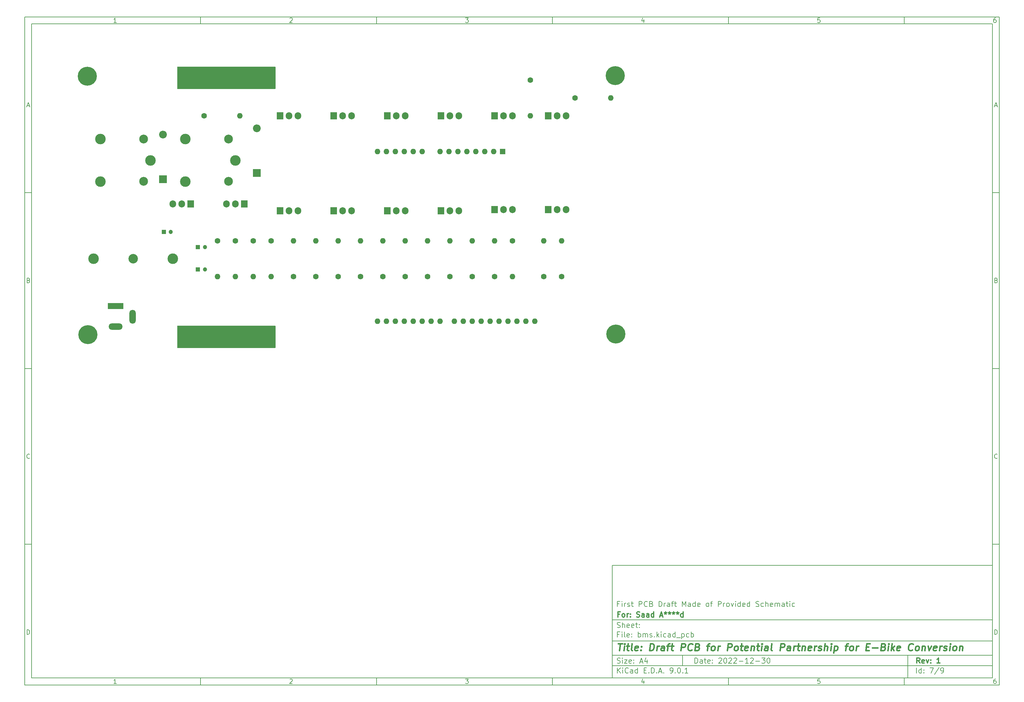
<source format=gbr>
%TF.GenerationSoftware,KiCad,Pcbnew,9.0.1*%
%TF.CreationDate,2025-04-21T20:35:51+04:00*%
%TF.ProjectId,bms,626d732e-6b69-4636-9164-5f7063625858,1*%
%TF.SameCoordinates,Original*%
%TF.FileFunction,Soldermask,Top*%
%TF.FilePolarity,Negative*%
%FSLAX46Y46*%
G04 Gerber Fmt 4.6, Leading zero omitted, Abs format (unit mm)*
G04 Created by KiCad (PCBNEW 9.0.1) date 2025-04-21 20:35:51*
%MOMM*%
%LPD*%
G01*
G04 APERTURE LIST*
%ADD10C,0.100000*%
%ADD11C,0.150000*%
%ADD12C,0.300000*%
%ADD13C,0.400000*%
%ADD14R,1.905000X2.000000*%
%ADD15O,1.905000X2.000000*%
%ADD16C,1.600000*%
%ADD17O,1.600000X1.600000*%
%ADD18R,1.200000X1.200000*%
%ADD19C,1.200000*%
%ADD20R,2.200000X2.200000*%
%ADD21O,2.200000X2.200000*%
%ADD22C,2.700000*%
%ADD23C,3.000000*%
%ADD24C,0.800000*%
%ADD25C,5.400000*%
%ADD26C,2.500000*%
%ADD27R,4.400000X1.800000*%
%ADD28O,4.000000X1.800000*%
%ADD29O,1.800000X4.000000*%
%ADD30R,1.600000X1.600000*%
G04 APERTURE END LIST*
D10*
D11*
X177002200Y-166007200D02*
X285002200Y-166007200D01*
X285002200Y-198007200D01*
X177002200Y-198007200D01*
X177002200Y-166007200D01*
D10*
D11*
X10000000Y-10000000D02*
X287002200Y-10000000D01*
X287002200Y-200007200D01*
X10000000Y-200007200D01*
X10000000Y-10000000D01*
D10*
D11*
X12000000Y-12000000D02*
X285002200Y-12000000D01*
X285002200Y-198007200D01*
X12000000Y-198007200D01*
X12000000Y-12000000D01*
D10*
D11*
X60000000Y-12000000D02*
X60000000Y-10000000D01*
D10*
D11*
X110000000Y-12000000D02*
X110000000Y-10000000D01*
D10*
D11*
X160000000Y-12000000D02*
X160000000Y-10000000D01*
D10*
D11*
X210000000Y-12000000D02*
X210000000Y-10000000D01*
D10*
D11*
X260000000Y-12000000D02*
X260000000Y-10000000D01*
D10*
D11*
X36089160Y-11593604D02*
X35346303Y-11593604D01*
X35717731Y-11593604D02*
X35717731Y-10293604D01*
X35717731Y-10293604D02*
X35593922Y-10479319D01*
X35593922Y-10479319D02*
X35470112Y-10603128D01*
X35470112Y-10603128D02*
X35346303Y-10665033D01*
D10*
D11*
X85346303Y-10417414D02*
X85408207Y-10355509D01*
X85408207Y-10355509D02*
X85532017Y-10293604D01*
X85532017Y-10293604D02*
X85841541Y-10293604D01*
X85841541Y-10293604D02*
X85965350Y-10355509D01*
X85965350Y-10355509D02*
X86027255Y-10417414D01*
X86027255Y-10417414D02*
X86089160Y-10541223D01*
X86089160Y-10541223D02*
X86089160Y-10665033D01*
X86089160Y-10665033D02*
X86027255Y-10850747D01*
X86027255Y-10850747D02*
X85284398Y-11593604D01*
X85284398Y-11593604D02*
X86089160Y-11593604D01*
D10*
D11*
X135284398Y-10293604D02*
X136089160Y-10293604D01*
X136089160Y-10293604D02*
X135655826Y-10788842D01*
X135655826Y-10788842D02*
X135841541Y-10788842D01*
X135841541Y-10788842D02*
X135965350Y-10850747D01*
X135965350Y-10850747D02*
X136027255Y-10912652D01*
X136027255Y-10912652D02*
X136089160Y-11036461D01*
X136089160Y-11036461D02*
X136089160Y-11345985D01*
X136089160Y-11345985D02*
X136027255Y-11469795D01*
X136027255Y-11469795D02*
X135965350Y-11531700D01*
X135965350Y-11531700D02*
X135841541Y-11593604D01*
X135841541Y-11593604D02*
X135470112Y-11593604D01*
X135470112Y-11593604D02*
X135346303Y-11531700D01*
X135346303Y-11531700D02*
X135284398Y-11469795D01*
D10*
D11*
X185965350Y-10726938D02*
X185965350Y-11593604D01*
X185655826Y-10231700D02*
X185346303Y-11160271D01*
X185346303Y-11160271D02*
X186151064Y-11160271D01*
D10*
D11*
X236027255Y-10293604D02*
X235408207Y-10293604D01*
X235408207Y-10293604D02*
X235346303Y-10912652D01*
X235346303Y-10912652D02*
X235408207Y-10850747D01*
X235408207Y-10850747D02*
X235532017Y-10788842D01*
X235532017Y-10788842D02*
X235841541Y-10788842D01*
X235841541Y-10788842D02*
X235965350Y-10850747D01*
X235965350Y-10850747D02*
X236027255Y-10912652D01*
X236027255Y-10912652D02*
X236089160Y-11036461D01*
X236089160Y-11036461D02*
X236089160Y-11345985D01*
X236089160Y-11345985D02*
X236027255Y-11469795D01*
X236027255Y-11469795D02*
X235965350Y-11531700D01*
X235965350Y-11531700D02*
X235841541Y-11593604D01*
X235841541Y-11593604D02*
X235532017Y-11593604D01*
X235532017Y-11593604D02*
X235408207Y-11531700D01*
X235408207Y-11531700D02*
X235346303Y-11469795D01*
D10*
D11*
X285965350Y-10293604D02*
X285717731Y-10293604D01*
X285717731Y-10293604D02*
X285593922Y-10355509D01*
X285593922Y-10355509D02*
X285532017Y-10417414D01*
X285532017Y-10417414D02*
X285408207Y-10603128D01*
X285408207Y-10603128D02*
X285346303Y-10850747D01*
X285346303Y-10850747D02*
X285346303Y-11345985D01*
X285346303Y-11345985D02*
X285408207Y-11469795D01*
X285408207Y-11469795D02*
X285470112Y-11531700D01*
X285470112Y-11531700D02*
X285593922Y-11593604D01*
X285593922Y-11593604D02*
X285841541Y-11593604D01*
X285841541Y-11593604D02*
X285965350Y-11531700D01*
X285965350Y-11531700D02*
X286027255Y-11469795D01*
X286027255Y-11469795D02*
X286089160Y-11345985D01*
X286089160Y-11345985D02*
X286089160Y-11036461D01*
X286089160Y-11036461D02*
X286027255Y-10912652D01*
X286027255Y-10912652D02*
X285965350Y-10850747D01*
X285965350Y-10850747D02*
X285841541Y-10788842D01*
X285841541Y-10788842D02*
X285593922Y-10788842D01*
X285593922Y-10788842D02*
X285470112Y-10850747D01*
X285470112Y-10850747D02*
X285408207Y-10912652D01*
X285408207Y-10912652D02*
X285346303Y-11036461D01*
D10*
D11*
X60000000Y-198007200D02*
X60000000Y-200007200D01*
D10*
D11*
X110000000Y-198007200D02*
X110000000Y-200007200D01*
D10*
D11*
X160000000Y-198007200D02*
X160000000Y-200007200D01*
D10*
D11*
X210000000Y-198007200D02*
X210000000Y-200007200D01*
D10*
D11*
X260000000Y-198007200D02*
X260000000Y-200007200D01*
D10*
D11*
X36089160Y-199600804D02*
X35346303Y-199600804D01*
X35717731Y-199600804D02*
X35717731Y-198300804D01*
X35717731Y-198300804D02*
X35593922Y-198486519D01*
X35593922Y-198486519D02*
X35470112Y-198610328D01*
X35470112Y-198610328D02*
X35346303Y-198672233D01*
D10*
D11*
X85346303Y-198424614D02*
X85408207Y-198362709D01*
X85408207Y-198362709D02*
X85532017Y-198300804D01*
X85532017Y-198300804D02*
X85841541Y-198300804D01*
X85841541Y-198300804D02*
X85965350Y-198362709D01*
X85965350Y-198362709D02*
X86027255Y-198424614D01*
X86027255Y-198424614D02*
X86089160Y-198548423D01*
X86089160Y-198548423D02*
X86089160Y-198672233D01*
X86089160Y-198672233D02*
X86027255Y-198857947D01*
X86027255Y-198857947D02*
X85284398Y-199600804D01*
X85284398Y-199600804D02*
X86089160Y-199600804D01*
D10*
D11*
X135284398Y-198300804D02*
X136089160Y-198300804D01*
X136089160Y-198300804D02*
X135655826Y-198796042D01*
X135655826Y-198796042D02*
X135841541Y-198796042D01*
X135841541Y-198796042D02*
X135965350Y-198857947D01*
X135965350Y-198857947D02*
X136027255Y-198919852D01*
X136027255Y-198919852D02*
X136089160Y-199043661D01*
X136089160Y-199043661D02*
X136089160Y-199353185D01*
X136089160Y-199353185D02*
X136027255Y-199476995D01*
X136027255Y-199476995D02*
X135965350Y-199538900D01*
X135965350Y-199538900D02*
X135841541Y-199600804D01*
X135841541Y-199600804D02*
X135470112Y-199600804D01*
X135470112Y-199600804D02*
X135346303Y-199538900D01*
X135346303Y-199538900D02*
X135284398Y-199476995D01*
D10*
D11*
X185965350Y-198734138D02*
X185965350Y-199600804D01*
X185655826Y-198238900D02*
X185346303Y-199167471D01*
X185346303Y-199167471D02*
X186151064Y-199167471D01*
D10*
D11*
X236027255Y-198300804D02*
X235408207Y-198300804D01*
X235408207Y-198300804D02*
X235346303Y-198919852D01*
X235346303Y-198919852D02*
X235408207Y-198857947D01*
X235408207Y-198857947D02*
X235532017Y-198796042D01*
X235532017Y-198796042D02*
X235841541Y-198796042D01*
X235841541Y-198796042D02*
X235965350Y-198857947D01*
X235965350Y-198857947D02*
X236027255Y-198919852D01*
X236027255Y-198919852D02*
X236089160Y-199043661D01*
X236089160Y-199043661D02*
X236089160Y-199353185D01*
X236089160Y-199353185D02*
X236027255Y-199476995D01*
X236027255Y-199476995D02*
X235965350Y-199538900D01*
X235965350Y-199538900D02*
X235841541Y-199600804D01*
X235841541Y-199600804D02*
X235532017Y-199600804D01*
X235532017Y-199600804D02*
X235408207Y-199538900D01*
X235408207Y-199538900D02*
X235346303Y-199476995D01*
D10*
D11*
X285965350Y-198300804D02*
X285717731Y-198300804D01*
X285717731Y-198300804D02*
X285593922Y-198362709D01*
X285593922Y-198362709D02*
X285532017Y-198424614D01*
X285532017Y-198424614D02*
X285408207Y-198610328D01*
X285408207Y-198610328D02*
X285346303Y-198857947D01*
X285346303Y-198857947D02*
X285346303Y-199353185D01*
X285346303Y-199353185D02*
X285408207Y-199476995D01*
X285408207Y-199476995D02*
X285470112Y-199538900D01*
X285470112Y-199538900D02*
X285593922Y-199600804D01*
X285593922Y-199600804D02*
X285841541Y-199600804D01*
X285841541Y-199600804D02*
X285965350Y-199538900D01*
X285965350Y-199538900D02*
X286027255Y-199476995D01*
X286027255Y-199476995D02*
X286089160Y-199353185D01*
X286089160Y-199353185D02*
X286089160Y-199043661D01*
X286089160Y-199043661D02*
X286027255Y-198919852D01*
X286027255Y-198919852D02*
X285965350Y-198857947D01*
X285965350Y-198857947D02*
X285841541Y-198796042D01*
X285841541Y-198796042D02*
X285593922Y-198796042D01*
X285593922Y-198796042D02*
X285470112Y-198857947D01*
X285470112Y-198857947D02*
X285408207Y-198919852D01*
X285408207Y-198919852D02*
X285346303Y-199043661D01*
D10*
D11*
X10000000Y-60000000D02*
X12000000Y-60000000D01*
D10*
D11*
X10000000Y-110000000D02*
X12000000Y-110000000D01*
D10*
D11*
X10000000Y-160000000D02*
X12000000Y-160000000D01*
D10*
D11*
X10690476Y-35222176D02*
X11309523Y-35222176D01*
X10566666Y-35593604D02*
X10999999Y-34293604D01*
X10999999Y-34293604D02*
X11433333Y-35593604D01*
D10*
D11*
X11092857Y-84912652D02*
X11278571Y-84974557D01*
X11278571Y-84974557D02*
X11340476Y-85036461D01*
X11340476Y-85036461D02*
X11402380Y-85160271D01*
X11402380Y-85160271D02*
X11402380Y-85345985D01*
X11402380Y-85345985D02*
X11340476Y-85469795D01*
X11340476Y-85469795D02*
X11278571Y-85531700D01*
X11278571Y-85531700D02*
X11154761Y-85593604D01*
X11154761Y-85593604D02*
X10659523Y-85593604D01*
X10659523Y-85593604D02*
X10659523Y-84293604D01*
X10659523Y-84293604D02*
X11092857Y-84293604D01*
X11092857Y-84293604D02*
X11216666Y-84355509D01*
X11216666Y-84355509D02*
X11278571Y-84417414D01*
X11278571Y-84417414D02*
X11340476Y-84541223D01*
X11340476Y-84541223D02*
X11340476Y-84665033D01*
X11340476Y-84665033D02*
X11278571Y-84788842D01*
X11278571Y-84788842D02*
X11216666Y-84850747D01*
X11216666Y-84850747D02*
X11092857Y-84912652D01*
X11092857Y-84912652D02*
X10659523Y-84912652D01*
D10*
D11*
X11402380Y-135469795D02*
X11340476Y-135531700D01*
X11340476Y-135531700D02*
X11154761Y-135593604D01*
X11154761Y-135593604D02*
X11030952Y-135593604D01*
X11030952Y-135593604D02*
X10845238Y-135531700D01*
X10845238Y-135531700D02*
X10721428Y-135407890D01*
X10721428Y-135407890D02*
X10659523Y-135284080D01*
X10659523Y-135284080D02*
X10597619Y-135036461D01*
X10597619Y-135036461D02*
X10597619Y-134850747D01*
X10597619Y-134850747D02*
X10659523Y-134603128D01*
X10659523Y-134603128D02*
X10721428Y-134479319D01*
X10721428Y-134479319D02*
X10845238Y-134355509D01*
X10845238Y-134355509D02*
X11030952Y-134293604D01*
X11030952Y-134293604D02*
X11154761Y-134293604D01*
X11154761Y-134293604D02*
X11340476Y-134355509D01*
X11340476Y-134355509D02*
X11402380Y-134417414D01*
D10*
D11*
X10659523Y-185593604D02*
X10659523Y-184293604D01*
X10659523Y-184293604D02*
X10969047Y-184293604D01*
X10969047Y-184293604D02*
X11154761Y-184355509D01*
X11154761Y-184355509D02*
X11278571Y-184479319D01*
X11278571Y-184479319D02*
X11340476Y-184603128D01*
X11340476Y-184603128D02*
X11402380Y-184850747D01*
X11402380Y-184850747D02*
X11402380Y-185036461D01*
X11402380Y-185036461D02*
X11340476Y-185284080D01*
X11340476Y-185284080D02*
X11278571Y-185407890D01*
X11278571Y-185407890D02*
X11154761Y-185531700D01*
X11154761Y-185531700D02*
X10969047Y-185593604D01*
X10969047Y-185593604D02*
X10659523Y-185593604D01*
D10*
D11*
X287002200Y-60000000D02*
X285002200Y-60000000D01*
D10*
D11*
X287002200Y-110000000D02*
X285002200Y-110000000D01*
D10*
D11*
X287002200Y-160000000D02*
X285002200Y-160000000D01*
D10*
D11*
X285692676Y-35222176D02*
X286311723Y-35222176D01*
X285568866Y-35593604D02*
X286002199Y-34293604D01*
X286002199Y-34293604D02*
X286435533Y-35593604D01*
D10*
D11*
X286095057Y-84912652D02*
X286280771Y-84974557D01*
X286280771Y-84974557D02*
X286342676Y-85036461D01*
X286342676Y-85036461D02*
X286404580Y-85160271D01*
X286404580Y-85160271D02*
X286404580Y-85345985D01*
X286404580Y-85345985D02*
X286342676Y-85469795D01*
X286342676Y-85469795D02*
X286280771Y-85531700D01*
X286280771Y-85531700D02*
X286156961Y-85593604D01*
X286156961Y-85593604D02*
X285661723Y-85593604D01*
X285661723Y-85593604D02*
X285661723Y-84293604D01*
X285661723Y-84293604D02*
X286095057Y-84293604D01*
X286095057Y-84293604D02*
X286218866Y-84355509D01*
X286218866Y-84355509D02*
X286280771Y-84417414D01*
X286280771Y-84417414D02*
X286342676Y-84541223D01*
X286342676Y-84541223D02*
X286342676Y-84665033D01*
X286342676Y-84665033D02*
X286280771Y-84788842D01*
X286280771Y-84788842D02*
X286218866Y-84850747D01*
X286218866Y-84850747D02*
X286095057Y-84912652D01*
X286095057Y-84912652D02*
X285661723Y-84912652D01*
D10*
D11*
X286404580Y-135469795D02*
X286342676Y-135531700D01*
X286342676Y-135531700D02*
X286156961Y-135593604D01*
X286156961Y-135593604D02*
X286033152Y-135593604D01*
X286033152Y-135593604D02*
X285847438Y-135531700D01*
X285847438Y-135531700D02*
X285723628Y-135407890D01*
X285723628Y-135407890D02*
X285661723Y-135284080D01*
X285661723Y-135284080D02*
X285599819Y-135036461D01*
X285599819Y-135036461D02*
X285599819Y-134850747D01*
X285599819Y-134850747D02*
X285661723Y-134603128D01*
X285661723Y-134603128D02*
X285723628Y-134479319D01*
X285723628Y-134479319D02*
X285847438Y-134355509D01*
X285847438Y-134355509D02*
X286033152Y-134293604D01*
X286033152Y-134293604D02*
X286156961Y-134293604D01*
X286156961Y-134293604D02*
X286342676Y-134355509D01*
X286342676Y-134355509D02*
X286404580Y-134417414D01*
D10*
D11*
X285661723Y-185593604D02*
X285661723Y-184293604D01*
X285661723Y-184293604D02*
X285971247Y-184293604D01*
X285971247Y-184293604D02*
X286156961Y-184355509D01*
X286156961Y-184355509D02*
X286280771Y-184479319D01*
X286280771Y-184479319D02*
X286342676Y-184603128D01*
X286342676Y-184603128D02*
X286404580Y-184850747D01*
X286404580Y-184850747D02*
X286404580Y-185036461D01*
X286404580Y-185036461D02*
X286342676Y-185284080D01*
X286342676Y-185284080D02*
X286280771Y-185407890D01*
X286280771Y-185407890D02*
X286156961Y-185531700D01*
X286156961Y-185531700D02*
X285971247Y-185593604D01*
X285971247Y-185593604D02*
X285661723Y-185593604D01*
D10*
D11*
X200458026Y-193793328D02*
X200458026Y-192293328D01*
X200458026Y-192293328D02*
X200815169Y-192293328D01*
X200815169Y-192293328D02*
X201029455Y-192364757D01*
X201029455Y-192364757D02*
X201172312Y-192507614D01*
X201172312Y-192507614D02*
X201243741Y-192650471D01*
X201243741Y-192650471D02*
X201315169Y-192936185D01*
X201315169Y-192936185D02*
X201315169Y-193150471D01*
X201315169Y-193150471D02*
X201243741Y-193436185D01*
X201243741Y-193436185D02*
X201172312Y-193579042D01*
X201172312Y-193579042D02*
X201029455Y-193721900D01*
X201029455Y-193721900D02*
X200815169Y-193793328D01*
X200815169Y-193793328D02*
X200458026Y-193793328D01*
X202600884Y-193793328D02*
X202600884Y-193007614D01*
X202600884Y-193007614D02*
X202529455Y-192864757D01*
X202529455Y-192864757D02*
X202386598Y-192793328D01*
X202386598Y-192793328D02*
X202100884Y-192793328D01*
X202100884Y-192793328D02*
X201958026Y-192864757D01*
X202600884Y-193721900D02*
X202458026Y-193793328D01*
X202458026Y-193793328D02*
X202100884Y-193793328D01*
X202100884Y-193793328D02*
X201958026Y-193721900D01*
X201958026Y-193721900D02*
X201886598Y-193579042D01*
X201886598Y-193579042D02*
X201886598Y-193436185D01*
X201886598Y-193436185D02*
X201958026Y-193293328D01*
X201958026Y-193293328D02*
X202100884Y-193221900D01*
X202100884Y-193221900D02*
X202458026Y-193221900D01*
X202458026Y-193221900D02*
X202600884Y-193150471D01*
X203100884Y-192793328D02*
X203672312Y-192793328D01*
X203315169Y-192293328D02*
X203315169Y-193579042D01*
X203315169Y-193579042D02*
X203386598Y-193721900D01*
X203386598Y-193721900D02*
X203529455Y-193793328D01*
X203529455Y-193793328D02*
X203672312Y-193793328D01*
X204743741Y-193721900D02*
X204600884Y-193793328D01*
X204600884Y-193793328D02*
X204315170Y-193793328D01*
X204315170Y-193793328D02*
X204172312Y-193721900D01*
X204172312Y-193721900D02*
X204100884Y-193579042D01*
X204100884Y-193579042D02*
X204100884Y-193007614D01*
X204100884Y-193007614D02*
X204172312Y-192864757D01*
X204172312Y-192864757D02*
X204315170Y-192793328D01*
X204315170Y-192793328D02*
X204600884Y-192793328D01*
X204600884Y-192793328D02*
X204743741Y-192864757D01*
X204743741Y-192864757D02*
X204815170Y-193007614D01*
X204815170Y-193007614D02*
X204815170Y-193150471D01*
X204815170Y-193150471D02*
X204100884Y-193293328D01*
X205458026Y-193650471D02*
X205529455Y-193721900D01*
X205529455Y-193721900D02*
X205458026Y-193793328D01*
X205458026Y-193793328D02*
X205386598Y-193721900D01*
X205386598Y-193721900D02*
X205458026Y-193650471D01*
X205458026Y-193650471D02*
X205458026Y-193793328D01*
X205458026Y-192864757D02*
X205529455Y-192936185D01*
X205529455Y-192936185D02*
X205458026Y-193007614D01*
X205458026Y-193007614D02*
X205386598Y-192936185D01*
X205386598Y-192936185D02*
X205458026Y-192864757D01*
X205458026Y-192864757D02*
X205458026Y-193007614D01*
X207243741Y-192436185D02*
X207315169Y-192364757D01*
X207315169Y-192364757D02*
X207458027Y-192293328D01*
X207458027Y-192293328D02*
X207815169Y-192293328D01*
X207815169Y-192293328D02*
X207958027Y-192364757D01*
X207958027Y-192364757D02*
X208029455Y-192436185D01*
X208029455Y-192436185D02*
X208100884Y-192579042D01*
X208100884Y-192579042D02*
X208100884Y-192721900D01*
X208100884Y-192721900D02*
X208029455Y-192936185D01*
X208029455Y-192936185D02*
X207172312Y-193793328D01*
X207172312Y-193793328D02*
X208100884Y-193793328D01*
X209029455Y-192293328D02*
X209172312Y-192293328D01*
X209172312Y-192293328D02*
X209315169Y-192364757D01*
X209315169Y-192364757D02*
X209386598Y-192436185D01*
X209386598Y-192436185D02*
X209458026Y-192579042D01*
X209458026Y-192579042D02*
X209529455Y-192864757D01*
X209529455Y-192864757D02*
X209529455Y-193221900D01*
X209529455Y-193221900D02*
X209458026Y-193507614D01*
X209458026Y-193507614D02*
X209386598Y-193650471D01*
X209386598Y-193650471D02*
X209315169Y-193721900D01*
X209315169Y-193721900D02*
X209172312Y-193793328D01*
X209172312Y-193793328D02*
X209029455Y-193793328D01*
X209029455Y-193793328D02*
X208886598Y-193721900D01*
X208886598Y-193721900D02*
X208815169Y-193650471D01*
X208815169Y-193650471D02*
X208743740Y-193507614D01*
X208743740Y-193507614D02*
X208672312Y-193221900D01*
X208672312Y-193221900D02*
X208672312Y-192864757D01*
X208672312Y-192864757D02*
X208743740Y-192579042D01*
X208743740Y-192579042D02*
X208815169Y-192436185D01*
X208815169Y-192436185D02*
X208886598Y-192364757D01*
X208886598Y-192364757D02*
X209029455Y-192293328D01*
X210100883Y-192436185D02*
X210172311Y-192364757D01*
X210172311Y-192364757D02*
X210315169Y-192293328D01*
X210315169Y-192293328D02*
X210672311Y-192293328D01*
X210672311Y-192293328D02*
X210815169Y-192364757D01*
X210815169Y-192364757D02*
X210886597Y-192436185D01*
X210886597Y-192436185D02*
X210958026Y-192579042D01*
X210958026Y-192579042D02*
X210958026Y-192721900D01*
X210958026Y-192721900D02*
X210886597Y-192936185D01*
X210886597Y-192936185D02*
X210029454Y-193793328D01*
X210029454Y-193793328D02*
X210958026Y-193793328D01*
X211529454Y-192436185D02*
X211600882Y-192364757D01*
X211600882Y-192364757D02*
X211743740Y-192293328D01*
X211743740Y-192293328D02*
X212100882Y-192293328D01*
X212100882Y-192293328D02*
X212243740Y-192364757D01*
X212243740Y-192364757D02*
X212315168Y-192436185D01*
X212315168Y-192436185D02*
X212386597Y-192579042D01*
X212386597Y-192579042D02*
X212386597Y-192721900D01*
X212386597Y-192721900D02*
X212315168Y-192936185D01*
X212315168Y-192936185D02*
X211458025Y-193793328D01*
X211458025Y-193793328D02*
X212386597Y-193793328D01*
X213029453Y-193221900D02*
X214172311Y-193221900D01*
X215672311Y-193793328D02*
X214815168Y-193793328D01*
X215243739Y-193793328D02*
X215243739Y-192293328D01*
X215243739Y-192293328D02*
X215100882Y-192507614D01*
X215100882Y-192507614D02*
X214958025Y-192650471D01*
X214958025Y-192650471D02*
X214815168Y-192721900D01*
X216243739Y-192436185D02*
X216315167Y-192364757D01*
X216315167Y-192364757D02*
X216458025Y-192293328D01*
X216458025Y-192293328D02*
X216815167Y-192293328D01*
X216815167Y-192293328D02*
X216958025Y-192364757D01*
X216958025Y-192364757D02*
X217029453Y-192436185D01*
X217029453Y-192436185D02*
X217100882Y-192579042D01*
X217100882Y-192579042D02*
X217100882Y-192721900D01*
X217100882Y-192721900D02*
X217029453Y-192936185D01*
X217029453Y-192936185D02*
X216172310Y-193793328D01*
X216172310Y-193793328D02*
X217100882Y-193793328D01*
X217743738Y-193221900D02*
X218886596Y-193221900D01*
X219458024Y-192293328D02*
X220386596Y-192293328D01*
X220386596Y-192293328D02*
X219886596Y-192864757D01*
X219886596Y-192864757D02*
X220100881Y-192864757D01*
X220100881Y-192864757D02*
X220243739Y-192936185D01*
X220243739Y-192936185D02*
X220315167Y-193007614D01*
X220315167Y-193007614D02*
X220386596Y-193150471D01*
X220386596Y-193150471D02*
X220386596Y-193507614D01*
X220386596Y-193507614D02*
X220315167Y-193650471D01*
X220315167Y-193650471D02*
X220243739Y-193721900D01*
X220243739Y-193721900D02*
X220100881Y-193793328D01*
X220100881Y-193793328D02*
X219672310Y-193793328D01*
X219672310Y-193793328D02*
X219529453Y-193721900D01*
X219529453Y-193721900D02*
X219458024Y-193650471D01*
X221315167Y-192293328D02*
X221458024Y-192293328D01*
X221458024Y-192293328D02*
X221600881Y-192364757D01*
X221600881Y-192364757D02*
X221672310Y-192436185D01*
X221672310Y-192436185D02*
X221743738Y-192579042D01*
X221743738Y-192579042D02*
X221815167Y-192864757D01*
X221815167Y-192864757D02*
X221815167Y-193221900D01*
X221815167Y-193221900D02*
X221743738Y-193507614D01*
X221743738Y-193507614D02*
X221672310Y-193650471D01*
X221672310Y-193650471D02*
X221600881Y-193721900D01*
X221600881Y-193721900D02*
X221458024Y-193793328D01*
X221458024Y-193793328D02*
X221315167Y-193793328D01*
X221315167Y-193793328D02*
X221172310Y-193721900D01*
X221172310Y-193721900D02*
X221100881Y-193650471D01*
X221100881Y-193650471D02*
X221029452Y-193507614D01*
X221029452Y-193507614D02*
X220958024Y-193221900D01*
X220958024Y-193221900D02*
X220958024Y-192864757D01*
X220958024Y-192864757D02*
X221029452Y-192579042D01*
X221029452Y-192579042D02*
X221100881Y-192436185D01*
X221100881Y-192436185D02*
X221172310Y-192364757D01*
X221172310Y-192364757D02*
X221315167Y-192293328D01*
D10*
D11*
X177002200Y-194507200D02*
X285002200Y-194507200D01*
D10*
D11*
X178458026Y-196593328D02*
X178458026Y-195093328D01*
X179315169Y-196593328D02*
X178672312Y-195736185D01*
X179315169Y-195093328D02*
X178458026Y-195950471D01*
X179958026Y-196593328D02*
X179958026Y-195593328D01*
X179958026Y-195093328D02*
X179886598Y-195164757D01*
X179886598Y-195164757D02*
X179958026Y-195236185D01*
X179958026Y-195236185D02*
X180029455Y-195164757D01*
X180029455Y-195164757D02*
X179958026Y-195093328D01*
X179958026Y-195093328D02*
X179958026Y-195236185D01*
X181529455Y-196450471D02*
X181458027Y-196521900D01*
X181458027Y-196521900D02*
X181243741Y-196593328D01*
X181243741Y-196593328D02*
X181100884Y-196593328D01*
X181100884Y-196593328D02*
X180886598Y-196521900D01*
X180886598Y-196521900D02*
X180743741Y-196379042D01*
X180743741Y-196379042D02*
X180672312Y-196236185D01*
X180672312Y-196236185D02*
X180600884Y-195950471D01*
X180600884Y-195950471D02*
X180600884Y-195736185D01*
X180600884Y-195736185D02*
X180672312Y-195450471D01*
X180672312Y-195450471D02*
X180743741Y-195307614D01*
X180743741Y-195307614D02*
X180886598Y-195164757D01*
X180886598Y-195164757D02*
X181100884Y-195093328D01*
X181100884Y-195093328D02*
X181243741Y-195093328D01*
X181243741Y-195093328D02*
X181458027Y-195164757D01*
X181458027Y-195164757D02*
X181529455Y-195236185D01*
X182815170Y-196593328D02*
X182815170Y-195807614D01*
X182815170Y-195807614D02*
X182743741Y-195664757D01*
X182743741Y-195664757D02*
X182600884Y-195593328D01*
X182600884Y-195593328D02*
X182315170Y-195593328D01*
X182315170Y-195593328D02*
X182172312Y-195664757D01*
X182815170Y-196521900D02*
X182672312Y-196593328D01*
X182672312Y-196593328D02*
X182315170Y-196593328D01*
X182315170Y-196593328D02*
X182172312Y-196521900D01*
X182172312Y-196521900D02*
X182100884Y-196379042D01*
X182100884Y-196379042D02*
X182100884Y-196236185D01*
X182100884Y-196236185D02*
X182172312Y-196093328D01*
X182172312Y-196093328D02*
X182315170Y-196021900D01*
X182315170Y-196021900D02*
X182672312Y-196021900D01*
X182672312Y-196021900D02*
X182815170Y-195950471D01*
X184172313Y-196593328D02*
X184172313Y-195093328D01*
X184172313Y-196521900D02*
X184029455Y-196593328D01*
X184029455Y-196593328D02*
X183743741Y-196593328D01*
X183743741Y-196593328D02*
X183600884Y-196521900D01*
X183600884Y-196521900D02*
X183529455Y-196450471D01*
X183529455Y-196450471D02*
X183458027Y-196307614D01*
X183458027Y-196307614D02*
X183458027Y-195879042D01*
X183458027Y-195879042D02*
X183529455Y-195736185D01*
X183529455Y-195736185D02*
X183600884Y-195664757D01*
X183600884Y-195664757D02*
X183743741Y-195593328D01*
X183743741Y-195593328D02*
X184029455Y-195593328D01*
X184029455Y-195593328D02*
X184172313Y-195664757D01*
X186029455Y-195807614D02*
X186529455Y-195807614D01*
X186743741Y-196593328D02*
X186029455Y-196593328D01*
X186029455Y-196593328D02*
X186029455Y-195093328D01*
X186029455Y-195093328D02*
X186743741Y-195093328D01*
X187386598Y-196450471D02*
X187458027Y-196521900D01*
X187458027Y-196521900D02*
X187386598Y-196593328D01*
X187386598Y-196593328D02*
X187315170Y-196521900D01*
X187315170Y-196521900D02*
X187386598Y-196450471D01*
X187386598Y-196450471D02*
X187386598Y-196593328D01*
X188100884Y-196593328D02*
X188100884Y-195093328D01*
X188100884Y-195093328D02*
X188458027Y-195093328D01*
X188458027Y-195093328D02*
X188672313Y-195164757D01*
X188672313Y-195164757D02*
X188815170Y-195307614D01*
X188815170Y-195307614D02*
X188886599Y-195450471D01*
X188886599Y-195450471D02*
X188958027Y-195736185D01*
X188958027Y-195736185D02*
X188958027Y-195950471D01*
X188958027Y-195950471D02*
X188886599Y-196236185D01*
X188886599Y-196236185D02*
X188815170Y-196379042D01*
X188815170Y-196379042D02*
X188672313Y-196521900D01*
X188672313Y-196521900D02*
X188458027Y-196593328D01*
X188458027Y-196593328D02*
X188100884Y-196593328D01*
X189600884Y-196450471D02*
X189672313Y-196521900D01*
X189672313Y-196521900D02*
X189600884Y-196593328D01*
X189600884Y-196593328D02*
X189529456Y-196521900D01*
X189529456Y-196521900D02*
X189600884Y-196450471D01*
X189600884Y-196450471D02*
X189600884Y-196593328D01*
X190243742Y-196164757D02*
X190958028Y-196164757D01*
X190100885Y-196593328D02*
X190600885Y-195093328D01*
X190600885Y-195093328D02*
X191100885Y-196593328D01*
X191600884Y-196450471D02*
X191672313Y-196521900D01*
X191672313Y-196521900D02*
X191600884Y-196593328D01*
X191600884Y-196593328D02*
X191529456Y-196521900D01*
X191529456Y-196521900D02*
X191600884Y-196450471D01*
X191600884Y-196450471D02*
X191600884Y-196593328D01*
X193529456Y-196593328D02*
X193815170Y-196593328D01*
X193815170Y-196593328D02*
X193958027Y-196521900D01*
X193958027Y-196521900D02*
X194029456Y-196450471D01*
X194029456Y-196450471D02*
X194172313Y-196236185D01*
X194172313Y-196236185D02*
X194243742Y-195950471D01*
X194243742Y-195950471D02*
X194243742Y-195379042D01*
X194243742Y-195379042D02*
X194172313Y-195236185D01*
X194172313Y-195236185D02*
X194100885Y-195164757D01*
X194100885Y-195164757D02*
X193958027Y-195093328D01*
X193958027Y-195093328D02*
X193672313Y-195093328D01*
X193672313Y-195093328D02*
X193529456Y-195164757D01*
X193529456Y-195164757D02*
X193458027Y-195236185D01*
X193458027Y-195236185D02*
X193386599Y-195379042D01*
X193386599Y-195379042D02*
X193386599Y-195736185D01*
X193386599Y-195736185D02*
X193458027Y-195879042D01*
X193458027Y-195879042D02*
X193529456Y-195950471D01*
X193529456Y-195950471D02*
X193672313Y-196021900D01*
X193672313Y-196021900D02*
X193958027Y-196021900D01*
X193958027Y-196021900D02*
X194100885Y-195950471D01*
X194100885Y-195950471D02*
X194172313Y-195879042D01*
X194172313Y-195879042D02*
X194243742Y-195736185D01*
X194886598Y-196450471D02*
X194958027Y-196521900D01*
X194958027Y-196521900D02*
X194886598Y-196593328D01*
X194886598Y-196593328D02*
X194815170Y-196521900D01*
X194815170Y-196521900D02*
X194886598Y-196450471D01*
X194886598Y-196450471D02*
X194886598Y-196593328D01*
X195886599Y-195093328D02*
X196029456Y-195093328D01*
X196029456Y-195093328D02*
X196172313Y-195164757D01*
X196172313Y-195164757D02*
X196243742Y-195236185D01*
X196243742Y-195236185D02*
X196315170Y-195379042D01*
X196315170Y-195379042D02*
X196386599Y-195664757D01*
X196386599Y-195664757D02*
X196386599Y-196021900D01*
X196386599Y-196021900D02*
X196315170Y-196307614D01*
X196315170Y-196307614D02*
X196243742Y-196450471D01*
X196243742Y-196450471D02*
X196172313Y-196521900D01*
X196172313Y-196521900D02*
X196029456Y-196593328D01*
X196029456Y-196593328D02*
X195886599Y-196593328D01*
X195886599Y-196593328D02*
X195743742Y-196521900D01*
X195743742Y-196521900D02*
X195672313Y-196450471D01*
X195672313Y-196450471D02*
X195600884Y-196307614D01*
X195600884Y-196307614D02*
X195529456Y-196021900D01*
X195529456Y-196021900D02*
X195529456Y-195664757D01*
X195529456Y-195664757D02*
X195600884Y-195379042D01*
X195600884Y-195379042D02*
X195672313Y-195236185D01*
X195672313Y-195236185D02*
X195743742Y-195164757D01*
X195743742Y-195164757D02*
X195886599Y-195093328D01*
X197029455Y-196450471D02*
X197100884Y-196521900D01*
X197100884Y-196521900D02*
X197029455Y-196593328D01*
X197029455Y-196593328D02*
X196958027Y-196521900D01*
X196958027Y-196521900D02*
X197029455Y-196450471D01*
X197029455Y-196450471D02*
X197029455Y-196593328D01*
X198529456Y-196593328D02*
X197672313Y-196593328D01*
X198100884Y-196593328D02*
X198100884Y-195093328D01*
X198100884Y-195093328D02*
X197958027Y-195307614D01*
X197958027Y-195307614D02*
X197815170Y-195450471D01*
X197815170Y-195450471D02*
X197672313Y-195521900D01*
D10*
D11*
X177002200Y-191507200D02*
X285002200Y-191507200D01*
D10*
D12*
X264413853Y-193785528D02*
X263913853Y-193071242D01*
X263556710Y-193785528D02*
X263556710Y-192285528D01*
X263556710Y-192285528D02*
X264128139Y-192285528D01*
X264128139Y-192285528D02*
X264270996Y-192356957D01*
X264270996Y-192356957D02*
X264342425Y-192428385D01*
X264342425Y-192428385D02*
X264413853Y-192571242D01*
X264413853Y-192571242D02*
X264413853Y-192785528D01*
X264413853Y-192785528D02*
X264342425Y-192928385D01*
X264342425Y-192928385D02*
X264270996Y-192999814D01*
X264270996Y-192999814D02*
X264128139Y-193071242D01*
X264128139Y-193071242D02*
X263556710Y-193071242D01*
X265628139Y-193714100D02*
X265485282Y-193785528D01*
X265485282Y-193785528D02*
X265199568Y-193785528D01*
X265199568Y-193785528D02*
X265056710Y-193714100D01*
X265056710Y-193714100D02*
X264985282Y-193571242D01*
X264985282Y-193571242D02*
X264985282Y-192999814D01*
X264985282Y-192999814D02*
X265056710Y-192856957D01*
X265056710Y-192856957D02*
X265199568Y-192785528D01*
X265199568Y-192785528D02*
X265485282Y-192785528D01*
X265485282Y-192785528D02*
X265628139Y-192856957D01*
X265628139Y-192856957D02*
X265699568Y-192999814D01*
X265699568Y-192999814D02*
X265699568Y-193142671D01*
X265699568Y-193142671D02*
X264985282Y-193285528D01*
X266199567Y-192785528D02*
X266556710Y-193785528D01*
X266556710Y-193785528D02*
X266913853Y-192785528D01*
X267485281Y-193642671D02*
X267556710Y-193714100D01*
X267556710Y-193714100D02*
X267485281Y-193785528D01*
X267485281Y-193785528D02*
X267413853Y-193714100D01*
X267413853Y-193714100D02*
X267485281Y-193642671D01*
X267485281Y-193642671D02*
X267485281Y-193785528D01*
X267485281Y-192856957D02*
X267556710Y-192928385D01*
X267556710Y-192928385D02*
X267485281Y-192999814D01*
X267485281Y-192999814D02*
X267413853Y-192928385D01*
X267413853Y-192928385D02*
X267485281Y-192856957D01*
X267485281Y-192856957D02*
X267485281Y-192999814D01*
X270128139Y-193785528D02*
X269270996Y-193785528D01*
X269699567Y-193785528D02*
X269699567Y-192285528D01*
X269699567Y-192285528D02*
X269556710Y-192499814D01*
X269556710Y-192499814D02*
X269413853Y-192642671D01*
X269413853Y-192642671D02*
X269270996Y-192714100D01*
D10*
D11*
X178386598Y-193721900D02*
X178600884Y-193793328D01*
X178600884Y-193793328D02*
X178958026Y-193793328D01*
X178958026Y-193793328D02*
X179100884Y-193721900D01*
X179100884Y-193721900D02*
X179172312Y-193650471D01*
X179172312Y-193650471D02*
X179243741Y-193507614D01*
X179243741Y-193507614D02*
X179243741Y-193364757D01*
X179243741Y-193364757D02*
X179172312Y-193221900D01*
X179172312Y-193221900D02*
X179100884Y-193150471D01*
X179100884Y-193150471D02*
X178958026Y-193079042D01*
X178958026Y-193079042D02*
X178672312Y-193007614D01*
X178672312Y-193007614D02*
X178529455Y-192936185D01*
X178529455Y-192936185D02*
X178458026Y-192864757D01*
X178458026Y-192864757D02*
X178386598Y-192721900D01*
X178386598Y-192721900D02*
X178386598Y-192579042D01*
X178386598Y-192579042D02*
X178458026Y-192436185D01*
X178458026Y-192436185D02*
X178529455Y-192364757D01*
X178529455Y-192364757D02*
X178672312Y-192293328D01*
X178672312Y-192293328D02*
X179029455Y-192293328D01*
X179029455Y-192293328D02*
X179243741Y-192364757D01*
X179886597Y-193793328D02*
X179886597Y-192793328D01*
X179886597Y-192293328D02*
X179815169Y-192364757D01*
X179815169Y-192364757D02*
X179886597Y-192436185D01*
X179886597Y-192436185D02*
X179958026Y-192364757D01*
X179958026Y-192364757D02*
X179886597Y-192293328D01*
X179886597Y-192293328D02*
X179886597Y-192436185D01*
X180458026Y-192793328D02*
X181243741Y-192793328D01*
X181243741Y-192793328D02*
X180458026Y-193793328D01*
X180458026Y-193793328D02*
X181243741Y-193793328D01*
X182386598Y-193721900D02*
X182243741Y-193793328D01*
X182243741Y-193793328D02*
X181958027Y-193793328D01*
X181958027Y-193793328D02*
X181815169Y-193721900D01*
X181815169Y-193721900D02*
X181743741Y-193579042D01*
X181743741Y-193579042D02*
X181743741Y-193007614D01*
X181743741Y-193007614D02*
X181815169Y-192864757D01*
X181815169Y-192864757D02*
X181958027Y-192793328D01*
X181958027Y-192793328D02*
X182243741Y-192793328D01*
X182243741Y-192793328D02*
X182386598Y-192864757D01*
X182386598Y-192864757D02*
X182458027Y-193007614D01*
X182458027Y-193007614D02*
X182458027Y-193150471D01*
X182458027Y-193150471D02*
X181743741Y-193293328D01*
X183100883Y-193650471D02*
X183172312Y-193721900D01*
X183172312Y-193721900D02*
X183100883Y-193793328D01*
X183100883Y-193793328D02*
X183029455Y-193721900D01*
X183029455Y-193721900D02*
X183100883Y-193650471D01*
X183100883Y-193650471D02*
X183100883Y-193793328D01*
X183100883Y-192864757D02*
X183172312Y-192936185D01*
X183172312Y-192936185D02*
X183100883Y-193007614D01*
X183100883Y-193007614D02*
X183029455Y-192936185D01*
X183029455Y-192936185D02*
X183100883Y-192864757D01*
X183100883Y-192864757D02*
X183100883Y-193007614D01*
X184886598Y-193364757D02*
X185600884Y-193364757D01*
X184743741Y-193793328D02*
X185243741Y-192293328D01*
X185243741Y-192293328D02*
X185743741Y-193793328D01*
X186886598Y-192793328D02*
X186886598Y-193793328D01*
X186529455Y-192221900D02*
X186172312Y-193293328D01*
X186172312Y-193293328D02*
X187100883Y-193293328D01*
D10*
D11*
X263458026Y-196593328D02*
X263458026Y-195093328D01*
X264815170Y-196593328D02*
X264815170Y-195093328D01*
X264815170Y-196521900D02*
X264672312Y-196593328D01*
X264672312Y-196593328D02*
X264386598Y-196593328D01*
X264386598Y-196593328D02*
X264243741Y-196521900D01*
X264243741Y-196521900D02*
X264172312Y-196450471D01*
X264172312Y-196450471D02*
X264100884Y-196307614D01*
X264100884Y-196307614D02*
X264100884Y-195879042D01*
X264100884Y-195879042D02*
X264172312Y-195736185D01*
X264172312Y-195736185D02*
X264243741Y-195664757D01*
X264243741Y-195664757D02*
X264386598Y-195593328D01*
X264386598Y-195593328D02*
X264672312Y-195593328D01*
X264672312Y-195593328D02*
X264815170Y-195664757D01*
X265529455Y-196450471D02*
X265600884Y-196521900D01*
X265600884Y-196521900D02*
X265529455Y-196593328D01*
X265529455Y-196593328D02*
X265458027Y-196521900D01*
X265458027Y-196521900D02*
X265529455Y-196450471D01*
X265529455Y-196450471D02*
X265529455Y-196593328D01*
X265529455Y-195664757D02*
X265600884Y-195736185D01*
X265600884Y-195736185D02*
X265529455Y-195807614D01*
X265529455Y-195807614D02*
X265458027Y-195736185D01*
X265458027Y-195736185D02*
X265529455Y-195664757D01*
X265529455Y-195664757D02*
X265529455Y-195807614D01*
X267243741Y-195093328D02*
X268243741Y-195093328D01*
X268243741Y-195093328D02*
X267600884Y-196593328D01*
X269886598Y-195021900D02*
X268600884Y-196950471D01*
X270458027Y-196593328D02*
X270743741Y-196593328D01*
X270743741Y-196593328D02*
X270886598Y-196521900D01*
X270886598Y-196521900D02*
X270958027Y-196450471D01*
X270958027Y-196450471D02*
X271100884Y-196236185D01*
X271100884Y-196236185D02*
X271172313Y-195950471D01*
X271172313Y-195950471D02*
X271172313Y-195379042D01*
X271172313Y-195379042D02*
X271100884Y-195236185D01*
X271100884Y-195236185D02*
X271029456Y-195164757D01*
X271029456Y-195164757D02*
X270886598Y-195093328D01*
X270886598Y-195093328D02*
X270600884Y-195093328D01*
X270600884Y-195093328D02*
X270458027Y-195164757D01*
X270458027Y-195164757D02*
X270386598Y-195236185D01*
X270386598Y-195236185D02*
X270315170Y-195379042D01*
X270315170Y-195379042D02*
X270315170Y-195736185D01*
X270315170Y-195736185D02*
X270386598Y-195879042D01*
X270386598Y-195879042D02*
X270458027Y-195950471D01*
X270458027Y-195950471D02*
X270600884Y-196021900D01*
X270600884Y-196021900D02*
X270886598Y-196021900D01*
X270886598Y-196021900D02*
X271029456Y-195950471D01*
X271029456Y-195950471D02*
X271100884Y-195879042D01*
X271100884Y-195879042D02*
X271172313Y-195736185D01*
D10*
D11*
X177002200Y-187507200D02*
X285002200Y-187507200D01*
D10*
D13*
X178693928Y-188211638D02*
X179836785Y-188211638D01*
X179015357Y-190211638D02*
X179265357Y-188211638D01*
X180253452Y-190211638D02*
X180420119Y-188878304D01*
X180503452Y-188211638D02*
X180396309Y-188306876D01*
X180396309Y-188306876D02*
X180479643Y-188402114D01*
X180479643Y-188402114D02*
X180586786Y-188306876D01*
X180586786Y-188306876D02*
X180503452Y-188211638D01*
X180503452Y-188211638D02*
X180479643Y-188402114D01*
X181086786Y-188878304D02*
X181848690Y-188878304D01*
X181455833Y-188211638D02*
X181241548Y-189925923D01*
X181241548Y-189925923D02*
X181312976Y-190116400D01*
X181312976Y-190116400D02*
X181491548Y-190211638D01*
X181491548Y-190211638D02*
X181682024Y-190211638D01*
X182634405Y-190211638D02*
X182455833Y-190116400D01*
X182455833Y-190116400D02*
X182384405Y-189925923D01*
X182384405Y-189925923D02*
X182598690Y-188211638D01*
X184170119Y-190116400D02*
X183967738Y-190211638D01*
X183967738Y-190211638D02*
X183586785Y-190211638D01*
X183586785Y-190211638D02*
X183408214Y-190116400D01*
X183408214Y-190116400D02*
X183336785Y-189925923D01*
X183336785Y-189925923D02*
X183432024Y-189164019D01*
X183432024Y-189164019D02*
X183551071Y-188973542D01*
X183551071Y-188973542D02*
X183753452Y-188878304D01*
X183753452Y-188878304D02*
X184134404Y-188878304D01*
X184134404Y-188878304D02*
X184312976Y-188973542D01*
X184312976Y-188973542D02*
X184384404Y-189164019D01*
X184384404Y-189164019D02*
X184360595Y-189354495D01*
X184360595Y-189354495D02*
X183384404Y-189544971D01*
X185134405Y-190021161D02*
X185217738Y-190116400D01*
X185217738Y-190116400D02*
X185110595Y-190211638D01*
X185110595Y-190211638D02*
X185027262Y-190116400D01*
X185027262Y-190116400D02*
X185134405Y-190021161D01*
X185134405Y-190021161D02*
X185110595Y-190211638D01*
X185265357Y-188973542D02*
X185348690Y-189068780D01*
X185348690Y-189068780D02*
X185241548Y-189164019D01*
X185241548Y-189164019D02*
X185158214Y-189068780D01*
X185158214Y-189068780D02*
X185265357Y-188973542D01*
X185265357Y-188973542D02*
X185241548Y-189164019D01*
X187586786Y-190211638D02*
X187836786Y-188211638D01*
X187836786Y-188211638D02*
X188312977Y-188211638D01*
X188312977Y-188211638D02*
X188586786Y-188306876D01*
X188586786Y-188306876D02*
X188753453Y-188497352D01*
X188753453Y-188497352D02*
X188824881Y-188687828D01*
X188824881Y-188687828D02*
X188872501Y-189068780D01*
X188872501Y-189068780D02*
X188836786Y-189354495D01*
X188836786Y-189354495D02*
X188693929Y-189735447D01*
X188693929Y-189735447D02*
X188574881Y-189925923D01*
X188574881Y-189925923D02*
X188360596Y-190116400D01*
X188360596Y-190116400D02*
X188062977Y-190211638D01*
X188062977Y-190211638D02*
X187586786Y-190211638D01*
X189586786Y-190211638D02*
X189753453Y-188878304D01*
X189705834Y-189259257D02*
X189824881Y-189068780D01*
X189824881Y-189068780D02*
X189932024Y-188973542D01*
X189932024Y-188973542D02*
X190134405Y-188878304D01*
X190134405Y-188878304D02*
X190324881Y-188878304D01*
X191682024Y-190211638D02*
X191812976Y-189164019D01*
X191812976Y-189164019D02*
X191741548Y-188973542D01*
X191741548Y-188973542D02*
X191562976Y-188878304D01*
X191562976Y-188878304D02*
X191182024Y-188878304D01*
X191182024Y-188878304D02*
X190979643Y-188973542D01*
X191693929Y-190116400D02*
X191491548Y-190211638D01*
X191491548Y-190211638D02*
X191015357Y-190211638D01*
X191015357Y-190211638D02*
X190836786Y-190116400D01*
X190836786Y-190116400D02*
X190765357Y-189925923D01*
X190765357Y-189925923D02*
X190789167Y-189735447D01*
X190789167Y-189735447D02*
X190908215Y-189544971D01*
X190908215Y-189544971D02*
X191110596Y-189449733D01*
X191110596Y-189449733D02*
X191586786Y-189449733D01*
X191586786Y-189449733D02*
X191789167Y-189354495D01*
X192515358Y-188878304D02*
X193277262Y-188878304D01*
X192634405Y-190211638D02*
X192848691Y-188497352D01*
X192848691Y-188497352D02*
X192967739Y-188306876D01*
X192967739Y-188306876D02*
X193170120Y-188211638D01*
X193170120Y-188211638D02*
X193360596Y-188211638D01*
X193658215Y-188878304D02*
X194420119Y-188878304D01*
X194027262Y-188211638D02*
X193812977Y-189925923D01*
X193812977Y-189925923D02*
X193884405Y-190116400D01*
X193884405Y-190116400D02*
X194062977Y-190211638D01*
X194062977Y-190211638D02*
X194253453Y-190211638D01*
X196443929Y-190211638D02*
X196693929Y-188211638D01*
X196693929Y-188211638D02*
X197455834Y-188211638D01*
X197455834Y-188211638D02*
X197634405Y-188306876D01*
X197634405Y-188306876D02*
X197717739Y-188402114D01*
X197717739Y-188402114D02*
X197789167Y-188592590D01*
X197789167Y-188592590D02*
X197753453Y-188878304D01*
X197753453Y-188878304D02*
X197634405Y-189068780D01*
X197634405Y-189068780D02*
X197527263Y-189164019D01*
X197527263Y-189164019D02*
X197324882Y-189259257D01*
X197324882Y-189259257D02*
X196562977Y-189259257D01*
X199610596Y-190021161D02*
X199503453Y-190116400D01*
X199503453Y-190116400D02*
X199205834Y-190211638D01*
X199205834Y-190211638D02*
X199015358Y-190211638D01*
X199015358Y-190211638D02*
X198741548Y-190116400D01*
X198741548Y-190116400D02*
X198574882Y-189925923D01*
X198574882Y-189925923D02*
X198503453Y-189735447D01*
X198503453Y-189735447D02*
X198455834Y-189354495D01*
X198455834Y-189354495D02*
X198491548Y-189068780D01*
X198491548Y-189068780D02*
X198634405Y-188687828D01*
X198634405Y-188687828D02*
X198753453Y-188497352D01*
X198753453Y-188497352D02*
X198967739Y-188306876D01*
X198967739Y-188306876D02*
X199265358Y-188211638D01*
X199265358Y-188211638D02*
X199455834Y-188211638D01*
X199455834Y-188211638D02*
X199729644Y-188306876D01*
X199729644Y-188306876D02*
X199812977Y-188402114D01*
X201241548Y-189164019D02*
X201515358Y-189259257D01*
X201515358Y-189259257D02*
X201598691Y-189354495D01*
X201598691Y-189354495D02*
X201670120Y-189544971D01*
X201670120Y-189544971D02*
X201634405Y-189830685D01*
X201634405Y-189830685D02*
X201515358Y-190021161D01*
X201515358Y-190021161D02*
X201408215Y-190116400D01*
X201408215Y-190116400D02*
X201205834Y-190211638D01*
X201205834Y-190211638D02*
X200443929Y-190211638D01*
X200443929Y-190211638D02*
X200693929Y-188211638D01*
X200693929Y-188211638D02*
X201360596Y-188211638D01*
X201360596Y-188211638D02*
X201539167Y-188306876D01*
X201539167Y-188306876D02*
X201622501Y-188402114D01*
X201622501Y-188402114D02*
X201693929Y-188592590D01*
X201693929Y-188592590D02*
X201670120Y-188783066D01*
X201670120Y-188783066D02*
X201551072Y-188973542D01*
X201551072Y-188973542D02*
X201443929Y-189068780D01*
X201443929Y-189068780D02*
X201241548Y-189164019D01*
X201241548Y-189164019D02*
X200574882Y-189164019D01*
X203848692Y-188878304D02*
X204610596Y-188878304D01*
X203967739Y-190211638D02*
X204182025Y-188497352D01*
X204182025Y-188497352D02*
X204301073Y-188306876D01*
X204301073Y-188306876D02*
X204503454Y-188211638D01*
X204503454Y-188211638D02*
X204693930Y-188211638D01*
X205396311Y-190211638D02*
X205217739Y-190116400D01*
X205217739Y-190116400D02*
X205134406Y-190021161D01*
X205134406Y-190021161D02*
X205062977Y-189830685D01*
X205062977Y-189830685D02*
X205134406Y-189259257D01*
X205134406Y-189259257D02*
X205253453Y-189068780D01*
X205253453Y-189068780D02*
X205360596Y-188973542D01*
X205360596Y-188973542D02*
X205562977Y-188878304D01*
X205562977Y-188878304D02*
X205848691Y-188878304D01*
X205848691Y-188878304D02*
X206027263Y-188973542D01*
X206027263Y-188973542D02*
X206110596Y-189068780D01*
X206110596Y-189068780D02*
X206182025Y-189259257D01*
X206182025Y-189259257D02*
X206110596Y-189830685D01*
X206110596Y-189830685D02*
X205991549Y-190021161D01*
X205991549Y-190021161D02*
X205884406Y-190116400D01*
X205884406Y-190116400D02*
X205682025Y-190211638D01*
X205682025Y-190211638D02*
X205396311Y-190211638D01*
X206920120Y-190211638D02*
X207086787Y-188878304D01*
X207039168Y-189259257D02*
X207158215Y-189068780D01*
X207158215Y-189068780D02*
X207265358Y-188973542D01*
X207265358Y-188973542D02*
X207467739Y-188878304D01*
X207467739Y-188878304D02*
X207658215Y-188878304D01*
X209682025Y-190211638D02*
X209932025Y-188211638D01*
X209932025Y-188211638D02*
X210693930Y-188211638D01*
X210693930Y-188211638D02*
X210872501Y-188306876D01*
X210872501Y-188306876D02*
X210955835Y-188402114D01*
X210955835Y-188402114D02*
X211027263Y-188592590D01*
X211027263Y-188592590D02*
X210991549Y-188878304D01*
X210991549Y-188878304D02*
X210872501Y-189068780D01*
X210872501Y-189068780D02*
X210765359Y-189164019D01*
X210765359Y-189164019D02*
X210562978Y-189259257D01*
X210562978Y-189259257D02*
X209801073Y-189259257D01*
X211967740Y-190211638D02*
X211789168Y-190116400D01*
X211789168Y-190116400D02*
X211705835Y-190021161D01*
X211705835Y-190021161D02*
X211634406Y-189830685D01*
X211634406Y-189830685D02*
X211705835Y-189259257D01*
X211705835Y-189259257D02*
X211824882Y-189068780D01*
X211824882Y-189068780D02*
X211932025Y-188973542D01*
X211932025Y-188973542D02*
X212134406Y-188878304D01*
X212134406Y-188878304D02*
X212420120Y-188878304D01*
X212420120Y-188878304D02*
X212598692Y-188973542D01*
X212598692Y-188973542D02*
X212682025Y-189068780D01*
X212682025Y-189068780D02*
X212753454Y-189259257D01*
X212753454Y-189259257D02*
X212682025Y-189830685D01*
X212682025Y-189830685D02*
X212562978Y-190021161D01*
X212562978Y-190021161D02*
X212455835Y-190116400D01*
X212455835Y-190116400D02*
X212253454Y-190211638D01*
X212253454Y-190211638D02*
X211967740Y-190211638D01*
X213372502Y-188878304D02*
X214134406Y-188878304D01*
X213741549Y-188211638D02*
X213527264Y-189925923D01*
X213527264Y-189925923D02*
X213598692Y-190116400D01*
X213598692Y-190116400D02*
X213777264Y-190211638D01*
X213777264Y-190211638D02*
X213967740Y-190211638D01*
X215408216Y-190116400D02*
X215205835Y-190211638D01*
X215205835Y-190211638D02*
X214824882Y-190211638D01*
X214824882Y-190211638D02*
X214646311Y-190116400D01*
X214646311Y-190116400D02*
X214574882Y-189925923D01*
X214574882Y-189925923D02*
X214670121Y-189164019D01*
X214670121Y-189164019D02*
X214789168Y-188973542D01*
X214789168Y-188973542D02*
X214991549Y-188878304D01*
X214991549Y-188878304D02*
X215372501Y-188878304D01*
X215372501Y-188878304D02*
X215551073Y-188973542D01*
X215551073Y-188973542D02*
X215622501Y-189164019D01*
X215622501Y-189164019D02*
X215598692Y-189354495D01*
X215598692Y-189354495D02*
X214622501Y-189544971D01*
X216515359Y-188878304D02*
X216348692Y-190211638D01*
X216491549Y-189068780D02*
X216598692Y-188973542D01*
X216598692Y-188973542D02*
X216801073Y-188878304D01*
X216801073Y-188878304D02*
X217086787Y-188878304D01*
X217086787Y-188878304D02*
X217265359Y-188973542D01*
X217265359Y-188973542D02*
X217336787Y-189164019D01*
X217336787Y-189164019D02*
X217205835Y-190211638D01*
X218039169Y-188878304D02*
X218801073Y-188878304D01*
X218408216Y-188211638D02*
X218193931Y-189925923D01*
X218193931Y-189925923D02*
X218265359Y-190116400D01*
X218265359Y-190116400D02*
X218443931Y-190211638D01*
X218443931Y-190211638D02*
X218634407Y-190211638D01*
X219301073Y-190211638D02*
X219467740Y-188878304D01*
X219551073Y-188211638D02*
X219443930Y-188306876D01*
X219443930Y-188306876D02*
X219527264Y-188402114D01*
X219527264Y-188402114D02*
X219634407Y-188306876D01*
X219634407Y-188306876D02*
X219551073Y-188211638D01*
X219551073Y-188211638D02*
X219527264Y-188402114D01*
X221110597Y-190211638D02*
X221241549Y-189164019D01*
X221241549Y-189164019D02*
X221170121Y-188973542D01*
X221170121Y-188973542D02*
X220991549Y-188878304D01*
X220991549Y-188878304D02*
X220610597Y-188878304D01*
X220610597Y-188878304D02*
X220408216Y-188973542D01*
X221122502Y-190116400D02*
X220920121Y-190211638D01*
X220920121Y-190211638D02*
X220443930Y-190211638D01*
X220443930Y-190211638D02*
X220265359Y-190116400D01*
X220265359Y-190116400D02*
X220193930Y-189925923D01*
X220193930Y-189925923D02*
X220217740Y-189735447D01*
X220217740Y-189735447D02*
X220336788Y-189544971D01*
X220336788Y-189544971D02*
X220539169Y-189449733D01*
X220539169Y-189449733D02*
X221015359Y-189449733D01*
X221015359Y-189449733D02*
X221217740Y-189354495D01*
X222348693Y-190211638D02*
X222170121Y-190116400D01*
X222170121Y-190116400D02*
X222098693Y-189925923D01*
X222098693Y-189925923D02*
X222312978Y-188211638D01*
X224634407Y-190211638D02*
X224884407Y-188211638D01*
X224884407Y-188211638D02*
X225646312Y-188211638D01*
X225646312Y-188211638D02*
X225824883Y-188306876D01*
X225824883Y-188306876D02*
X225908217Y-188402114D01*
X225908217Y-188402114D02*
X225979645Y-188592590D01*
X225979645Y-188592590D02*
X225943931Y-188878304D01*
X225943931Y-188878304D02*
X225824883Y-189068780D01*
X225824883Y-189068780D02*
X225717741Y-189164019D01*
X225717741Y-189164019D02*
X225515360Y-189259257D01*
X225515360Y-189259257D02*
X224753455Y-189259257D01*
X227491550Y-190211638D02*
X227622502Y-189164019D01*
X227622502Y-189164019D02*
X227551074Y-188973542D01*
X227551074Y-188973542D02*
X227372502Y-188878304D01*
X227372502Y-188878304D02*
X226991550Y-188878304D01*
X226991550Y-188878304D02*
X226789169Y-188973542D01*
X227503455Y-190116400D02*
X227301074Y-190211638D01*
X227301074Y-190211638D02*
X226824883Y-190211638D01*
X226824883Y-190211638D02*
X226646312Y-190116400D01*
X226646312Y-190116400D02*
X226574883Y-189925923D01*
X226574883Y-189925923D02*
X226598693Y-189735447D01*
X226598693Y-189735447D02*
X226717741Y-189544971D01*
X226717741Y-189544971D02*
X226920122Y-189449733D01*
X226920122Y-189449733D02*
X227396312Y-189449733D01*
X227396312Y-189449733D02*
X227598693Y-189354495D01*
X228443931Y-190211638D02*
X228610598Y-188878304D01*
X228562979Y-189259257D02*
X228682026Y-189068780D01*
X228682026Y-189068780D02*
X228789169Y-188973542D01*
X228789169Y-188973542D02*
X228991550Y-188878304D01*
X228991550Y-188878304D02*
X229182026Y-188878304D01*
X229562979Y-188878304D02*
X230324883Y-188878304D01*
X229932026Y-188211638D02*
X229717741Y-189925923D01*
X229717741Y-189925923D02*
X229789169Y-190116400D01*
X229789169Y-190116400D02*
X229967741Y-190211638D01*
X229967741Y-190211638D02*
X230158217Y-190211638D01*
X230991550Y-188878304D02*
X230824883Y-190211638D01*
X230967740Y-189068780D02*
X231074883Y-188973542D01*
X231074883Y-188973542D02*
X231277264Y-188878304D01*
X231277264Y-188878304D02*
X231562978Y-188878304D01*
X231562978Y-188878304D02*
X231741550Y-188973542D01*
X231741550Y-188973542D02*
X231812978Y-189164019D01*
X231812978Y-189164019D02*
X231682026Y-190211638D01*
X233408217Y-190116400D02*
X233205836Y-190211638D01*
X233205836Y-190211638D02*
X232824883Y-190211638D01*
X232824883Y-190211638D02*
X232646312Y-190116400D01*
X232646312Y-190116400D02*
X232574883Y-189925923D01*
X232574883Y-189925923D02*
X232670122Y-189164019D01*
X232670122Y-189164019D02*
X232789169Y-188973542D01*
X232789169Y-188973542D02*
X232991550Y-188878304D01*
X232991550Y-188878304D02*
X233372502Y-188878304D01*
X233372502Y-188878304D02*
X233551074Y-188973542D01*
X233551074Y-188973542D02*
X233622502Y-189164019D01*
X233622502Y-189164019D02*
X233598693Y-189354495D01*
X233598693Y-189354495D02*
X232622502Y-189544971D01*
X234348693Y-190211638D02*
X234515360Y-188878304D01*
X234467741Y-189259257D02*
X234586788Y-189068780D01*
X234586788Y-189068780D02*
X234693931Y-188973542D01*
X234693931Y-188973542D02*
X234896312Y-188878304D01*
X234896312Y-188878304D02*
X235086788Y-188878304D01*
X235503455Y-190116400D02*
X235682026Y-190211638D01*
X235682026Y-190211638D02*
X236062979Y-190211638D01*
X236062979Y-190211638D02*
X236265360Y-190116400D01*
X236265360Y-190116400D02*
X236384407Y-189925923D01*
X236384407Y-189925923D02*
X236396312Y-189830685D01*
X236396312Y-189830685D02*
X236324883Y-189640209D01*
X236324883Y-189640209D02*
X236146312Y-189544971D01*
X236146312Y-189544971D02*
X235860598Y-189544971D01*
X235860598Y-189544971D02*
X235682026Y-189449733D01*
X235682026Y-189449733D02*
X235610598Y-189259257D01*
X235610598Y-189259257D02*
X235622503Y-189164019D01*
X235622503Y-189164019D02*
X235741550Y-188973542D01*
X235741550Y-188973542D02*
X235943931Y-188878304D01*
X235943931Y-188878304D02*
X236229645Y-188878304D01*
X236229645Y-188878304D02*
X236408217Y-188973542D01*
X237205836Y-190211638D02*
X237455836Y-188211638D01*
X238062979Y-190211638D02*
X238193931Y-189164019D01*
X238193931Y-189164019D02*
X238122503Y-188973542D01*
X238122503Y-188973542D02*
X237943931Y-188878304D01*
X237943931Y-188878304D02*
X237658217Y-188878304D01*
X237658217Y-188878304D02*
X237455836Y-188973542D01*
X237455836Y-188973542D02*
X237348693Y-189068780D01*
X239015360Y-190211638D02*
X239182027Y-188878304D01*
X239265360Y-188211638D02*
X239158217Y-188306876D01*
X239158217Y-188306876D02*
X239241551Y-188402114D01*
X239241551Y-188402114D02*
X239348694Y-188306876D01*
X239348694Y-188306876D02*
X239265360Y-188211638D01*
X239265360Y-188211638D02*
X239241551Y-188402114D01*
X240134408Y-188878304D02*
X239884408Y-190878304D01*
X240122503Y-188973542D02*
X240324884Y-188878304D01*
X240324884Y-188878304D02*
X240705836Y-188878304D01*
X240705836Y-188878304D02*
X240884408Y-188973542D01*
X240884408Y-188973542D02*
X240967741Y-189068780D01*
X240967741Y-189068780D02*
X241039170Y-189259257D01*
X241039170Y-189259257D02*
X240967741Y-189830685D01*
X240967741Y-189830685D02*
X240848694Y-190021161D01*
X240848694Y-190021161D02*
X240741551Y-190116400D01*
X240741551Y-190116400D02*
X240539170Y-190211638D01*
X240539170Y-190211638D02*
X240158217Y-190211638D01*
X240158217Y-190211638D02*
X239979646Y-190116400D01*
X243182028Y-188878304D02*
X243943932Y-188878304D01*
X243301075Y-190211638D02*
X243515361Y-188497352D01*
X243515361Y-188497352D02*
X243634409Y-188306876D01*
X243634409Y-188306876D02*
X243836790Y-188211638D01*
X243836790Y-188211638D02*
X244027266Y-188211638D01*
X244729647Y-190211638D02*
X244551075Y-190116400D01*
X244551075Y-190116400D02*
X244467742Y-190021161D01*
X244467742Y-190021161D02*
X244396313Y-189830685D01*
X244396313Y-189830685D02*
X244467742Y-189259257D01*
X244467742Y-189259257D02*
X244586789Y-189068780D01*
X244586789Y-189068780D02*
X244693932Y-188973542D01*
X244693932Y-188973542D02*
X244896313Y-188878304D01*
X244896313Y-188878304D02*
X245182027Y-188878304D01*
X245182027Y-188878304D02*
X245360599Y-188973542D01*
X245360599Y-188973542D02*
X245443932Y-189068780D01*
X245443932Y-189068780D02*
X245515361Y-189259257D01*
X245515361Y-189259257D02*
X245443932Y-189830685D01*
X245443932Y-189830685D02*
X245324885Y-190021161D01*
X245324885Y-190021161D02*
X245217742Y-190116400D01*
X245217742Y-190116400D02*
X245015361Y-190211638D01*
X245015361Y-190211638D02*
X244729647Y-190211638D01*
X246253456Y-190211638D02*
X246420123Y-188878304D01*
X246372504Y-189259257D02*
X246491551Y-189068780D01*
X246491551Y-189068780D02*
X246598694Y-188973542D01*
X246598694Y-188973542D02*
X246801075Y-188878304D01*
X246801075Y-188878304D02*
X246991551Y-188878304D01*
X249146314Y-189164019D02*
X249812980Y-189164019D01*
X249967742Y-190211638D02*
X249015361Y-190211638D01*
X249015361Y-190211638D02*
X249265361Y-188211638D01*
X249265361Y-188211638D02*
X250217742Y-188211638D01*
X250920123Y-189449733D02*
X252443933Y-189449733D01*
X254098694Y-189164019D02*
X254372504Y-189259257D01*
X254372504Y-189259257D02*
X254455837Y-189354495D01*
X254455837Y-189354495D02*
X254527266Y-189544971D01*
X254527266Y-189544971D02*
X254491551Y-189830685D01*
X254491551Y-189830685D02*
X254372504Y-190021161D01*
X254372504Y-190021161D02*
X254265361Y-190116400D01*
X254265361Y-190116400D02*
X254062980Y-190211638D01*
X254062980Y-190211638D02*
X253301075Y-190211638D01*
X253301075Y-190211638D02*
X253551075Y-188211638D01*
X253551075Y-188211638D02*
X254217742Y-188211638D01*
X254217742Y-188211638D02*
X254396313Y-188306876D01*
X254396313Y-188306876D02*
X254479647Y-188402114D01*
X254479647Y-188402114D02*
X254551075Y-188592590D01*
X254551075Y-188592590D02*
X254527266Y-188783066D01*
X254527266Y-188783066D02*
X254408218Y-188973542D01*
X254408218Y-188973542D02*
X254301075Y-189068780D01*
X254301075Y-189068780D02*
X254098694Y-189164019D01*
X254098694Y-189164019D02*
X253432028Y-189164019D01*
X255301075Y-190211638D02*
X255467742Y-188878304D01*
X255551075Y-188211638D02*
X255443932Y-188306876D01*
X255443932Y-188306876D02*
X255527266Y-188402114D01*
X255527266Y-188402114D02*
X255634409Y-188306876D01*
X255634409Y-188306876D02*
X255551075Y-188211638D01*
X255551075Y-188211638D02*
X255527266Y-188402114D01*
X256253456Y-190211638D02*
X256503456Y-188211638D01*
X256539171Y-189449733D02*
X257015361Y-190211638D01*
X257182028Y-188878304D02*
X256324885Y-189640209D01*
X258646314Y-190116400D02*
X258443933Y-190211638D01*
X258443933Y-190211638D02*
X258062980Y-190211638D01*
X258062980Y-190211638D02*
X257884409Y-190116400D01*
X257884409Y-190116400D02*
X257812980Y-189925923D01*
X257812980Y-189925923D02*
X257908219Y-189164019D01*
X257908219Y-189164019D02*
X258027266Y-188973542D01*
X258027266Y-188973542D02*
X258229647Y-188878304D01*
X258229647Y-188878304D02*
X258610599Y-188878304D01*
X258610599Y-188878304D02*
X258789171Y-188973542D01*
X258789171Y-188973542D02*
X258860599Y-189164019D01*
X258860599Y-189164019D02*
X258836790Y-189354495D01*
X258836790Y-189354495D02*
X257860599Y-189544971D01*
X262277267Y-190021161D02*
X262170124Y-190116400D01*
X262170124Y-190116400D02*
X261872505Y-190211638D01*
X261872505Y-190211638D02*
X261682029Y-190211638D01*
X261682029Y-190211638D02*
X261408219Y-190116400D01*
X261408219Y-190116400D02*
X261241553Y-189925923D01*
X261241553Y-189925923D02*
X261170124Y-189735447D01*
X261170124Y-189735447D02*
X261122505Y-189354495D01*
X261122505Y-189354495D02*
X261158219Y-189068780D01*
X261158219Y-189068780D02*
X261301076Y-188687828D01*
X261301076Y-188687828D02*
X261420124Y-188497352D01*
X261420124Y-188497352D02*
X261634410Y-188306876D01*
X261634410Y-188306876D02*
X261932029Y-188211638D01*
X261932029Y-188211638D02*
X262122505Y-188211638D01*
X262122505Y-188211638D02*
X262396315Y-188306876D01*
X262396315Y-188306876D02*
X262479648Y-188402114D01*
X263396315Y-190211638D02*
X263217743Y-190116400D01*
X263217743Y-190116400D02*
X263134410Y-190021161D01*
X263134410Y-190021161D02*
X263062981Y-189830685D01*
X263062981Y-189830685D02*
X263134410Y-189259257D01*
X263134410Y-189259257D02*
X263253457Y-189068780D01*
X263253457Y-189068780D02*
X263360600Y-188973542D01*
X263360600Y-188973542D02*
X263562981Y-188878304D01*
X263562981Y-188878304D02*
X263848695Y-188878304D01*
X263848695Y-188878304D02*
X264027267Y-188973542D01*
X264027267Y-188973542D02*
X264110600Y-189068780D01*
X264110600Y-189068780D02*
X264182029Y-189259257D01*
X264182029Y-189259257D02*
X264110600Y-189830685D01*
X264110600Y-189830685D02*
X263991553Y-190021161D01*
X263991553Y-190021161D02*
X263884410Y-190116400D01*
X263884410Y-190116400D02*
X263682029Y-190211638D01*
X263682029Y-190211638D02*
X263396315Y-190211638D01*
X265086791Y-188878304D02*
X264920124Y-190211638D01*
X265062981Y-189068780D02*
X265170124Y-188973542D01*
X265170124Y-188973542D02*
X265372505Y-188878304D01*
X265372505Y-188878304D02*
X265658219Y-188878304D01*
X265658219Y-188878304D02*
X265836791Y-188973542D01*
X265836791Y-188973542D02*
X265908219Y-189164019D01*
X265908219Y-189164019D02*
X265777267Y-190211638D01*
X266705839Y-188878304D02*
X267015363Y-190211638D01*
X267015363Y-190211638D02*
X267658220Y-188878304D01*
X269027268Y-190116400D02*
X268824887Y-190211638D01*
X268824887Y-190211638D02*
X268443934Y-190211638D01*
X268443934Y-190211638D02*
X268265363Y-190116400D01*
X268265363Y-190116400D02*
X268193934Y-189925923D01*
X268193934Y-189925923D02*
X268289173Y-189164019D01*
X268289173Y-189164019D02*
X268408220Y-188973542D01*
X268408220Y-188973542D02*
X268610601Y-188878304D01*
X268610601Y-188878304D02*
X268991553Y-188878304D01*
X268991553Y-188878304D02*
X269170125Y-188973542D01*
X269170125Y-188973542D02*
X269241553Y-189164019D01*
X269241553Y-189164019D02*
X269217744Y-189354495D01*
X269217744Y-189354495D02*
X268241553Y-189544971D01*
X269967744Y-190211638D02*
X270134411Y-188878304D01*
X270086792Y-189259257D02*
X270205839Y-189068780D01*
X270205839Y-189068780D02*
X270312982Y-188973542D01*
X270312982Y-188973542D02*
X270515363Y-188878304D01*
X270515363Y-188878304D02*
X270705839Y-188878304D01*
X271122506Y-190116400D02*
X271301077Y-190211638D01*
X271301077Y-190211638D02*
X271682030Y-190211638D01*
X271682030Y-190211638D02*
X271884411Y-190116400D01*
X271884411Y-190116400D02*
X272003458Y-189925923D01*
X272003458Y-189925923D02*
X272015363Y-189830685D01*
X272015363Y-189830685D02*
X271943934Y-189640209D01*
X271943934Y-189640209D02*
X271765363Y-189544971D01*
X271765363Y-189544971D02*
X271479649Y-189544971D01*
X271479649Y-189544971D02*
X271301077Y-189449733D01*
X271301077Y-189449733D02*
X271229649Y-189259257D01*
X271229649Y-189259257D02*
X271241554Y-189164019D01*
X271241554Y-189164019D02*
X271360601Y-188973542D01*
X271360601Y-188973542D02*
X271562982Y-188878304D01*
X271562982Y-188878304D02*
X271848696Y-188878304D01*
X271848696Y-188878304D02*
X272027268Y-188973542D01*
X272824887Y-190211638D02*
X272991554Y-188878304D01*
X273074887Y-188211638D02*
X272967744Y-188306876D01*
X272967744Y-188306876D02*
X273051078Y-188402114D01*
X273051078Y-188402114D02*
X273158221Y-188306876D01*
X273158221Y-188306876D02*
X273074887Y-188211638D01*
X273074887Y-188211638D02*
X273051078Y-188402114D01*
X274062983Y-190211638D02*
X273884411Y-190116400D01*
X273884411Y-190116400D02*
X273801078Y-190021161D01*
X273801078Y-190021161D02*
X273729649Y-189830685D01*
X273729649Y-189830685D02*
X273801078Y-189259257D01*
X273801078Y-189259257D02*
X273920125Y-189068780D01*
X273920125Y-189068780D02*
X274027268Y-188973542D01*
X274027268Y-188973542D02*
X274229649Y-188878304D01*
X274229649Y-188878304D02*
X274515363Y-188878304D01*
X274515363Y-188878304D02*
X274693935Y-188973542D01*
X274693935Y-188973542D02*
X274777268Y-189068780D01*
X274777268Y-189068780D02*
X274848697Y-189259257D01*
X274848697Y-189259257D02*
X274777268Y-189830685D01*
X274777268Y-189830685D02*
X274658221Y-190021161D01*
X274658221Y-190021161D02*
X274551078Y-190116400D01*
X274551078Y-190116400D02*
X274348697Y-190211638D01*
X274348697Y-190211638D02*
X274062983Y-190211638D01*
X275753459Y-188878304D02*
X275586792Y-190211638D01*
X275729649Y-189068780D02*
X275836792Y-188973542D01*
X275836792Y-188973542D02*
X276039173Y-188878304D01*
X276039173Y-188878304D02*
X276324887Y-188878304D01*
X276324887Y-188878304D02*
X276503459Y-188973542D01*
X276503459Y-188973542D02*
X276574887Y-189164019D01*
X276574887Y-189164019D02*
X276443935Y-190211638D01*
D10*
D11*
X178958026Y-185607614D02*
X178458026Y-185607614D01*
X178458026Y-186393328D02*
X178458026Y-184893328D01*
X178458026Y-184893328D02*
X179172312Y-184893328D01*
X179743740Y-186393328D02*
X179743740Y-185393328D01*
X179743740Y-184893328D02*
X179672312Y-184964757D01*
X179672312Y-184964757D02*
X179743740Y-185036185D01*
X179743740Y-185036185D02*
X179815169Y-184964757D01*
X179815169Y-184964757D02*
X179743740Y-184893328D01*
X179743740Y-184893328D02*
X179743740Y-185036185D01*
X180672312Y-186393328D02*
X180529455Y-186321900D01*
X180529455Y-186321900D02*
X180458026Y-186179042D01*
X180458026Y-186179042D02*
X180458026Y-184893328D01*
X181815169Y-186321900D02*
X181672312Y-186393328D01*
X181672312Y-186393328D02*
X181386598Y-186393328D01*
X181386598Y-186393328D02*
X181243740Y-186321900D01*
X181243740Y-186321900D02*
X181172312Y-186179042D01*
X181172312Y-186179042D02*
X181172312Y-185607614D01*
X181172312Y-185607614D02*
X181243740Y-185464757D01*
X181243740Y-185464757D02*
X181386598Y-185393328D01*
X181386598Y-185393328D02*
X181672312Y-185393328D01*
X181672312Y-185393328D02*
X181815169Y-185464757D01*
X181815169Y-185464757D02*
X181886598Y-185607614D01*
X181886598Y-185607614D02*
X181886598Y-185750471D01*
X181886598Y-185750471D02*
X181172312Y-185893328D01*
X182529454Y-186250471D02*
X182600883Y-186321900D01*
X182600883Y-186321900D02*
X182529454Y-186393328D01*
X182529454Y-186393328D02*
X182458026Y-186321900D01*
X182458026Y-186321900D02*
X182529454Y-186250471D01*
X182529454Y-186250471D02*
X182529454Y-186393328D01*
X182529454Y-185464757D02*
X182600883Y-185536185D01*
X182600883Y-185536185D02*
X182529454Y-185607614D01*
X182529454Y-185607614D02*
X182458026Y-185536185D01*
X182458026Y-185536185D02*
X182529454Y-185464757D01*
X182529454Y-185464757D02*
X182529454Y-185607614D01*
X184386597Y-186393328D02*
X184386597Y-184893328D01*
X184386597Y-185464757D02*
X184529455Y-185393328D01*
X184529455Y-185393328D02*
X184815169Y-185393328D01*
X184815169Y-185393328D02*
X184958026Y-185464757D01*
X184958026Y-185464757D02*
X185029455Y-185536185D01*
X185029455Y-185536185D02*
X185100883Y-185679042D01*
X185100883Y-185679042D02*
X185100883Y-186107614D01*
X185100883Y-186107614D02*
X185029455Y-186250471D01*
X185029455Y-186250471D02*
X184958026Y-186321900D01*
X184958026Y-186321900D02*
X184815169Y-186393328D01*
X184815169Y-186393328D02*
X184529455Y-186393328D01*
X184529455Y-186393328D02*
X184386597Y-186321900D01*
X185743740Y-186393328D02*
X185743740Y-185393328D01*
X185743740Y-185536185D02*
X185815169Y-185464757D01*
X185815169Y-185464757D02*
X185958026Y-185393328D01*
X185958026Y-185393328D02*
X186172312Y-185393328D01*
X186172312Y-185393328D02*
X186315169Y-185464757D01*
X186315169Y-185464757D02*
X186386598Y-185607614D01*
X186386598Y-185607614D02*
X186386598Y-186393328D01*
X186386598Y-185607614D02*
X186458026Y-185464757D01*
X186458026Y-185464757D02*
X186600883Y-185393328D01*
X186600883Y-185393328D02*
X186815169Y-185393328D01*
X186815169Y-185393328D02*
X186958026Y-185464757D01*
X186958026Y-185464757D02*
X187029455Y-185607614D01*
X187029455Y-185607614D02*
X187029455Y-186393328D01*
X187672312Y-186321900D02*
X187815169Y-186393328D01*
X187815169Y-186393328D02*
X188100883Y-186393328D01*
X188100883Y-186393328D02*
X188243740Y-186321900D01*
X188243740Y-186321900D02*
X188315169Y-186179042D01*
X188315169Y-186179042D02*
X188315169Y-186107614D01*
X188315169Y-186107614D02*
X188243740Y-185964757D01*
X188243740Y-185964757D02*
X188100883Y-185893328D01*
X188100883Y-185893328D02*
X187886598Y-185893328D01*
X187886598Y-185893328D02*
X187743740Y-185821900D01*
X187743740Y-185821900D02*
X187672312Y-185679042D01*
X187672312Y-185679042D02*
X187672312Y-185607614D01*
X187672312Y-185607614D02*
X187743740Y-185464757D01*
X187743740Y-185464757D02*
X187886598Y-185393328D01*
X187886598Y-185393328D02*
X188100883Y-185393328D01*
X188100883Y-185393328D02*
X188243740Y-185464757D01*
X188958026Y-186250471D02*
X189029455Y-186321900D01*
X189029455Y-186321900D02*
X188958026Y-186393328D01*
X188958026Y-186393328D02*
X188886598Y-186321900D01*
X188886598Y-186321900D02*
X188958026Y-186250471D01*
X188958026Y-186250471D02*
X188958026Y-186393328D01*
X189672312Y-186393328D02*
X189672312Y-184893328D01*
X189815170Y-185821900D02*
X190243741Y-186393328D01*
X190243741Y-185393328D02*
X189672312Y-185964757D01*
X190886598Y-186393328D02*
X190886598Y-185393328D01*
X190886598Y-184893328D02*
X190815170Y-184964757D01*
X190815170Y-184964757D02*
X190886598Y-185036185D01*
X190886598Y-185036185D02*
X190958027Y-184964757D01*
X190958027Y-184964757D02*
X190886598Y-184893328D01*
X190886598Y-184893328D02*
X190886598Y-185036185D01*
X192243742Y-186321900D02*
X192100884Y-186393328D01*
X192100884Y-186393328D02*
X191815170Y-186393328D01*
X191815170Y-186393328D02*
X191672313Y-186321900D01*
X191672313Y-186321900D02*
X191600884Y-186250471D01*
X191600884Y-186250471D02*
X191529456Y-186107614D01*
X191529456Y-186107614D02*
X191529456Y-185679042D01*
X191529456Y-185679042D02*
X191600884Y-185536185D01*
X191600884Y-185536185D02*
X191672313Y-185464757D01*
X191672313Y-185464757D02*
X191815170Y-185393328D01*
X191815170Y-185393328D02*
X192100884Y-185393328D01*
X192100884Y-185393328D02*
X192243742Y-185464757D01*
X193529456Y-186393328D02*
X193529456Y-185607614D01*
X193529456Y-185607614D02*
X193458027Y-185464757D01*
X193458027Y-185464757D02*
X193315170Y-185393328D01*
X193315170Y-185393328D02*
X193029456Y-185393328D01*
X193029456Y-185393328D02*
X192886598Y-185464757D01*
X193529456Y-186321900D02*
X193386598Y-186393328D01*
X193386598Y-186393328D02*
X193029456Y-186393328D01*
X193029456Y-186393328D02*
X192886598Y-186321900D01*
X192886598Y-186321900D02*
X192815170Y-186179042D01*
X192815170Y-186179042D02*
X192815170Y-186036185D01*
X192815170Y-186036185D02*
X192886598Y-185893328D01*
X192886598Y-185893328D02*
X193029456Y-185821900D01*
X193029456Y-185821900D02*
X193386598Y-185821900D01*
X193386598Y-185821900D02*
X193529456Y-185750471D01*
X194886599Y-186393328D02*
X194886599Y-184893328D01*
X194886599Y-186321900D02*
X194743741Y-186393328D01*
X194743741Y-186393328D02*
X194458027Y-186393328D01*
X194458027Y-186393328D02*
X194315170Y-186321900D01*
X194315170Y-186321900D02*
X194243741Y-186250471D01*
X194243741Y-186250471D02*
X194172313Y-186107614D01*
X194172313Y-186107614D02*
X194172313Y-185679042D01*
X194172313Y-185679042D02*
X194243741Y-185536185D01*
X194243741Y-185536185D02*
X194315170Y-185464757D01*
X194315170Y-185464757D02*
X194458027Y-185393328D01*
X194458027Y-185393328D02*
X194743741Y-185393328D01*
X194743741Y-185393328D02*
X194886599Y-185464757D01*
X195243742Y-186536185D02*
X196386599Y-186536185D01*
X196743741Y-185393328D02*
X196743741Y-186893328D01*
X196743741Y-185464757D02*
X196886599Y-185393328D01*
X196886599Y-185393328D02*
X197172313Y-185393328D01*
X197172313Y-185393328D02*
X197315170Y-185464757D01*
X197315170Y-185464757D02*
X197386599Y-185536185D01*
X197386599Y-185536185D02*
X197458027Y-185679042D01*
X197458027Y-185679042D02*
X197458027Y-186107614D01*
X197458027Y-186107614D02*
X197386599Y-186250471D01*
X197386599Y-186250471D02*
X197315170Y-186321900D01*
X197315170Y-186321900D02*
X197172313Y-186393328D01*
X197172313Y-186393328D02*
X196886599Y-186393328D01*
X196886599Y-186393328D02*
X196743741Y-186321900D01*
X198743742Y-186321900D02*
X198600884Y-186393328D01*
X198600884Y-186393328D02*
X198315170Y-186393328D01*
X198315170Y-186393328D02*
X198172313Y-186321900D01*
X198172313Y-186321900D02*
X198100884Y-186250471D01*
X198100884Y-186250471D02*
X198029456Y-186107614D01*
X198029456Y-186107614D02*
X198029456Y-185679042D01*
X198029456Y-185679042D02*
X198100884Y-185536185D01*
X198100884Y-185536185D02*
X198172313Y-185464757D01*
X198172313Y-185464757D02*
X198315170Y-185393328D01*
X198315170Y-185393328D02*
X198600884Y-185393328D01*
X198600884Y-185393328D02*
X198743742Y-185464757D01*
X199386598Y-186393328D02*
X199386598Y-184893328D01*
X199386598Y-185464757D02*
X199529456Y-185393328D01*
X199529456Y-185393328D02*
X199815170Y-185393328D01*
X199815170Y-185393328D02*
X199958027Y-185464757D01*
X199958027Y-185464757D02*
X200029456Y-185536185D01*
X200029456Y-185536185D02*
X200100884Y-185679042D01*
X200100884Y-185679042D02*
X200100884Y-186107614D01*
X200100884Y-186107614D02*
X200029456Y-186250471D01*
X200029456Y-186250471D02*
X199958027Y-186321900D01*
X199958027Y-186321900D02*
X199815170Y-186393328D01*
X199815170Y-186393328D02*
X199529456Y-186393328D01*
X199529456Y-186393328D02*
X199386598Y-186321900D01*
D10*
D11*
X177002200Y-181507200D02*
X285002200Y-181507200D01*
D10*
D11*
X178386598Y-183621900D02*
X178600884Y-183693328D01*
X178600884Y-183693328D02*
X178958026Y-183693328D01*
X178958026Y-183693328D02*
X179100884Y-183621900D01*
X179100884Y-183621900D02*
X179172312Y-183550471D01*
X179172312Y-183550471D02*
X179243741Y-183407614D01*
X179243741Y-183407614D02*
X179243741Y-183264757D01*
X179243741Y-183264757D02*
X179172312Y-183121900D01*
X179172312Y-183121900D02*
X179100884Y-183050471D01*
X179100884Y-183050471D02*
X178958026Y-182979042D01*
X178958026Y-182979042D02*
X178672312Y-182907614D01*
X178672312Y-182907614D02*
X178529455Y-182836185D01*
X178529455Y-182836185D02*
X178458026Y-182764757D01*
X178458026Y-182764757D02*
X178386598Y-182621900D01*
X178386598Y-182621900D02*
X178386598Y-182479042D01*
X178386598Y-182479042D02*
X178458026Y-182336185D01*
X178458026Y-182336185D02*
X178529455Y-182264757D01*
X178529455Y-182264757D02*
X178672312Y-182193328D01*
X178672312Y-182193328D02*
X179029455Y-182193328D01*
X179029455Y-182193328D02*
X179243741Y-182264757D01*
X179886597Y-183693328D02*
X179886597Y-182193328D01*
X180529455Y-183693328D02*
X180529455Y-182907614D01*
X180529455Y-182907614D02*
X180458026Y-182764757D01*
X180458026Y-182764757D02*
X180315169Y-182693328D01*
X180315169Y-182693328D02*
X180100883Y-182693328D01*
X180100883Y-182693328D02*
X179958026Y-182764757D01*
X179958026Y-182764757D02*
X179886597Y-182836185D01*
X181815169Y-183621900D02*
X181672312Y-183693328D01*
X181672312Y-183693328D02*
X181386598Y-183693328D01*
X181386598Y-183693328D02*
X181243740Y-183621900D01*
X181243740Y-183621900D02*
X181172312Y-183479042D01*
X181172312Y-183479042D02*
X181172312Y-182907614D01*
X181172312Y-182907614D02*
X181243740Y-182764757D01*
X181243740Y-182764757D02*
X181386598Y-182693328D01*
X181386598Y-182693328D02*
X181672312Y-182693328D01*
X181672312Y-182693328D02*
X181815169Y-182764757D01*
X181815169Y-182764757D02*
X181886598Y-182907614D01*
X181886598Y-182907614D02*
X181886598Y-183050471D01*
X181886598Y-183050471D02*
X181172312Y-183193328D01*
X183100883Y-183621900D02*
X182958026Y-183693328D01*
X182958026Y-183693328D02*
X182672312Y-183693328D01*
X182672312Y-183693328D02*
X182529454Y-183621900D01*
X182529454Y-183621900D02*
X182458026Y-183479042D01*
X182458026Y-183479042D02*
X182458026Y-182907614D01*
X182458026Y-182907614D02*
X182529454Y-182764757D01*
X182529454Y-182764757D02*
X182672312Y-182693328D01*
X182672312Y-182693328D02*
X182958026Y-182693328D01*
X182958026Y-182693328D02*
X183100883Y-182764757D01*
X183100883Y-182764757D02*
X183172312Y-182907614D01*
X183172312Y-182907614D02*
X183172312Y-183050471D01*
X183172312Y-183050471D02*
X182458026Y-183193328D01*
X183600883Y-182693328D02*
X184172311Y-182693328D01*
X183815168Y-182193328D02*
X183815168Y-183479042D01*
X183815168Y-183479042D02*
X183886597Y-183621900D01*
X183886597Y-183621900D02*
X184029454Y-183693328D01*
X184029454Y-183693328D02*
X184172311Y-183693328D01*
X184672311Y-183550471D02*
X184743740Y-183621900D01*
X184743740Y-183621900D02*
X184672311Y-183693328D01*
X184672311Y-183693328D02*
X184600883Y-183621900D01*
X184600883Y-183621900D02*
X184672311Y-183550471D01*
X184672311Y-183550471D02*
X184672311Y-183693328D01*
X184672311Y-182764757D02*
X184743740Y-182836185D01*
X184743740Y-182836185D02*
X184672311Y-182907614D01*
X184672311Y-182907614D02*
X184600883Y-182836185D01*
X184600883Y-182836185D02*
X184672311Y-182764757D01*
X184672311Y-182764757D02*
X184672311Y-182907614D01*
D10*
D12*
X179056710Y-179899814D02*
X178556710Y-179899814D01*
X178556710Y-180685528D02*
X178556710Y-179185528D01*
X178556710Y-179185528D02*
X179270996Y-179185528D01*
X180056710Y-180685528D02*
X179913853Y-180614100D01*
X179913853Y-180614100D02*
X179842424Y-180542671D01*
X179842424Y-180542671D02*
X179770996Y-180399814D01*
X179770996Y-180399814D02*
X179770996Y-179971242D01*
X179770996Y-179971242D02*
X179842424Y-179828385D01*
X179842424Y-179828385D02*
X179913853Y-179756957D01*
X179913853Y-179756957D02*
X180056710Y-179685528D01*
X180056710Y-179685528D02*
X180270996Y-179685528D01*
X180270996Y-179685528D02*
X180413853Y-179756957D01*
X180413853Y-179756957D02*
X180485282Y-179828385D01*
X180485282Y-179828385D02*
X180556710Y-179971242D01*
X180556710Y-179971242D02*
X180556710Y-180399814D01*
X180556710Y-180399814D02*
X180485282Y-180542671D01*
X180485282Y-180542671D02*
X180413853Y-180614100D01*
X180413853Y-180614100D02*
X180270996Y-180685528D01*
X180270996Y-180685528D02*
X180056710Y-180685528D01*
X181199567Y-180685528D02*
X181199567Y-179685528D01*
X181199567Y-179971242D02*
X181270996Y-179828385D01*
X181270996Y-179828385D02*
X181342425Y-179756957D01*
X181342425Y-179756957D02*
X181485282Y-179685528D01*
X181485282Y-179685528D02*
X181628139Y-179685528D01*
X182128138Y-180542671D02*
X182199567Y-180614100D01*
X182199567Y-180614100D02*
X182128138Y-180685528D01*
X182128138Y-180685528D02*
X182056710Y-180614100D01*
X182056710Y-180614100D02*
X182128138Y-180542671D01*
X182128138Y-180542671D02*
X182128138Y-180685528D01*
X182128138Y-179756957D02*
X182199567Y-179828385D01*
X182199567Y-179828385D02*
X182128138Y-179899814D01*
X182128138Y-179899814D02*
X182056710Y-179828385D01*
X182056710Y-179828385D02*
X182128138Y-179756957D01*
X182128138Y-179756957D02*
X182128138Y-179899814D01*
X183913853Y-180614100D02*
X184128139Y-180685528D01*
X184128139Y-180685528D02*
X184485281Y-180685528D01*
X184485281Y-180685528D02*
X184628139Y-180614100D01*
X184628139Y-180614100D02*
X184699567Y-180542671D01*
X184699567Y-180542671D02*
X184770996Y-180399814D01*
X184770996Y-180399814D02*
X184770996Y-180256957D01*
X184770996Y-180256957D02*
X184699567Y-180114100D01*
X184699567Y-180114100D02*
X184628139Y-180042671D01*
X184628139Y-180042671D02*
X184485281Y-179971242D01*
X184485281Y-179971242D02*
X184199567Y-179899814D01*
X184199567Y-179899814D02*
X184056710Y-179828385D01*
X184056710Y-179828385D02*
X183985281Y-179756957D01*
X183985281Y-179756957D02*
X183913853Y-179614100D01*
X183913853Y-179614100D02*
X183913853Y-179471242D01*
X183913853Y-179471242D02*
X183985281Y-179328385D01*
X183985281Y-179328385D02*
X184056710Y-179256957D01*
X184056710Y-179256957D02*
X184199567Y-179185528D01*
X184199567Y-179185528D02*
X184556710Y-179185528D01*
X184556710Y-179185528D02*
X184770996Y-179256957D01*
X186056710Y-180685528D02*
X186056710Y-179899814D01*
X186056710Y-179899814D02*
X185985281Y-179756957D01*
X185985281Y-179756957D02*
X185842424Y-179685528D01*
X185842424Y-179685528D02*
X185556710Y-179685528D01*
X185556710Y-179685528D02*
X185413852Y-179756957D01*
X186056710Y-180614100D02*
X185913852Y-180685528D01*
X185913852Y-180685528D02*
X185556710Y-180685528D01*
X185556710Y-180685528D02*
X185413852Y-180614100D01*
X185413852Y-180614100D02*
X185342424Y-180471242D01*
X185342424Y-180471242D02*
X185342424Y-180328385D01*
X185342424Y-180328385D02*
X185413852Y-180185528D01*
X185413852Y-180185528D02*
X185556710Y-180114100D01*
X185556710Y-180114100D02*
X185913852Y-180114100D01*
X185913852Y-180114100D02*
X186056710Y-180042671D01*
X187413853Y-180685528D02*
X187413853Y-179899814D01*
X187413853Y-179899814D02*
X187342424Y-179756957D01*
X187342424Y-179756957D02*
X187199567Y-179685528D01*
X187199567Y-179685528D02*
X186913853Y-179685528D01*
X186913853Y-179685528D02*
X186770995Y-179756957D01*
X187413853Y-180614100D02*
X187270995Y-180685528D01*
X187270995Y-180685528D02*
X186913853Y-180685528D01*
X186913853Y-180685528D02*
X186770995Y-180614100D01*
X186770995Y-180614100D02*
X186699567Y-180471242D01*
X186699567Y-180471242D02*
X186699567Y-180328385D01*
X186699567Y-180328385D02*
X186770995Y-180185528D01*
X186770995Y-180185528D02*
X186913853Y-180114100D01*
X186913853Y-180114100D02*
X187270995Y-180114100D01*
X187270995Y-180114100D02*
X187413853Y-180042671D01*
X188770996Y-180685528D02*
X188770996Y-179185528D01*
X188770996Y-180614100D02*
X188628138Y-180685528D01*
X188628138Y-180685528D02*
X188342424Y-180685528D01*
X188342424Y-180685528D02*
X188199567Y-180614100D01*
X188199567Y-180614100D02*
X188128138Y-180542671D01*
X188128138Y-180542671D02*
X188056710Y-180399814D01*
X188056710Y-180399814D02*
X188056710Y-179971242D01*
X188056710Y-179971242D02*
X188128138Y-179828385D01*
X188128138Y-179828385D02*
X188199567Y-179756957D01*
X188199567Y-179756957D02*
X188342424Y-179685528D01*
X188342424Y-179685528D02*
X188628138Y-179685528D01*
X188628138Y-179685528D02*
X188770996Y-179756957D01*
X190556710Y-180256957D02*
X191270996Y-180256957D01*
X190413853Y-180685528D02*
X190913853Y-179185528D01*
X190913853Y-179185528D02*
X191413853Y-180685528D01*
X192128138Y-179185528D02*
X192128138Y-179542671D01*
X191770995Y-179399814D02*
X192128138Y-179542671D01*
X192128138Y-179542671D02*
X192485281Y-179399814D01*
X191913852Y-179828385D02*
X192128138Y-179542671D01*
X192128138Y-179542671D02*
X192342424Y-179828385D01*
X193270995Y-179185528D02*
X193270995Y-179542671D01*
X192913852Y-179399814D02*
X193270995Y-179542671D01*
X193270995Y-179542671D02*
X193628138Y-179399814D01*
X193056709Y-179828385D02*
X193270995Y-179542671D01*
X193270995Y-179542671D02*
X193485281Y-179828385D01*
X194413852Y-179185528D02*
X194413852Y-179542671D01*
X194056709Y-179399814D02*
X194413852Y-179542671D01*
X194413852Y-179542671D02*
X194770995Y-179399814D01*
X194199566Y-179828385D02*
X194413852Y-179542671D01*
X194413852Y-179542671D02*
X194628138Y-179828385D01*
X195556709Y-179185528D02*
X195556709Y-179542671D01*
X195199566Y-179399814D02*
X195556709Y-179542671D01*
X195556709Y-179542671D02*
X195913852Y-179399814D01*
X195342423Y-179828385D02*
X195556709Y-179542671D01*
X195556709Y-179542671D02*
X195770995Y-179828385D01*
X197128138Y-180685528D02*
X197128138Y-179185528D01*
X197128138Y-180614100D02*
X196985280Y-180685528D01*
X196985280Y-180685528D02*
X196699566Y-180685528D01*
X196699566Y-180685528D02*
X196556709Y-180614100D01*
X196556709Y-180614100D02*
X196485280Y-180542671D01*
X196485280Y-180542671D02*
X196413852Y-180399814D01*
X196413852Y-180399814D02*
X196413852Y-179971242D01*
X196413852Y-179971242D02*
X196485280Y-179828385D01*
X196485280Y-179828385D02*
X196556709Y-179756957D01*
X196556709Y-179756957D02*
X196699566Y-179685528D01*
X196699566Y-179685528D02*
X196985280Y-179685528D01*
X196985280Y-179685528D02*
X197128138Y-179756957D01*
D10*
D11*
X178958026Y-176907614D02*
X178458026Y-176907614D01*
X178458026Y-177693328D02*
X178458026Y-176193328D01*
X178458026Y-176193328D02*
X179172312Y-176193328D01*
X179743740Y-177693328D02*
X179743740Y-176693328D01*
X179743740Y-176193328D02*
X179672312Y-176264757D01*
X179672312Y-176264757D02*
X179743740Y-176336185D01*
X179743740Y-176336185D02*
X179815169Y-176264757D01*
X179815169Y-176264757D02*
X179743740Y-176193328D01*
X179743740Y-176193328D02*
X179743740Y-176336185D01*
X180458026Y-177693328D02*
X180458026Y-176693328D01*
X180458026Y-176979042D02*
X180529455Y-176836185D01*
X180529455Y-176836185D02*
X180600884Y-176764757D01*
X180600884Y-176764757D02*
X180743741Y-176693328D01*
X180743741Y-176693328D02*
X180886598Y-176693328D01*
X181315169Y-177621900D02*
X181458026Y-177693328D01*
X181458026Y-177693328D02*
X181743740Y-177693328D01*
X181743740Y-177693328D02*
X181886597Y-177621900D01*
X181886597Y-177621900D02*
X181958026Y-177479042D01*
X181958026Y-177479042D02*
X181958026Y-177407614D01*
X181958026Y-177407614D02*
X181886597Y-177264757D01*
X181886597Y-177264757D02*
X181743740Y-177193328D01*
X181743740Y-177193328D02*
X181529455Y-177193328D01*
X181529455Y-177193328D02*
X181386597Y-177121900D01*
X181386597Y-177121900D02*
X181315169Y-176979042D01*
X181315169Y-176979042D02*
X181315169Y-176907614D01*
X181315169Y-176907614D02*
X181386597Y-176764757D01*
X181386597Y-176764757D02*
X181529455Y-176693328D01*
X181529455Y-176693328D02*
X181743740Y-176693328D01*
X181743740Y-176693328D02*
X181886597Y-176764757D01*
X182386598Y-176693328D02*
X182958026Y-176693328D01*
X182600883Y-176193328D02*
X182600883Y-177479042D01*
X182600883Y-177479042D02*
X182672312Y-177621900D01*
X182672312Y-177621900D02*
X182815169Y-177693328D01*
X182815169Y-177693328D02*
X182958026Y-177693328D01*
X184600883Y-177693328D02*
X184600883Y-176193328D01*
X184600883Y-176193328D02*
X185172312Y-176193328D01*
X185172312Y-176193328D02*
X185315169Y-176264757D01*
X185315169Y-176264757D02*
X185386598Y-176336185D01*
X185386598Y-176336185D02*
X185458026Y-176479042D01*
X185458026Y-176479042D02*
X185458026Y-176693328D01*
X185458026Y-176693328D02*
X185386598Y-176836185D01*
X185386598Y-176836185D02*
X185315169Y-176907614D01*
X185315169Y-176907614D02*
X185172312Y-176979042D01*
X185172312Y-176979042D02*
X184600883Y-176979042D01*
X186958026Y-177550471D02*
X186886598Y-177621900D01*
X186886598Y-177621900D02*
X186672312Y-177693328D01*
X186672312Y-177693328D02*
X186529455Y-177693328D01*
X186529455Y-177693328D02*
X186315169Y-177621900D01*
X186315169Y-177621900D02*
X186172312Y-177479042D01*
X186172312Y-177479042D02*
X186100883Y-177336185D01*
X186100883Y-177336185D02*
X186029455Y-177050471D01*
X186029455Y-177050471D02*
X186029455Y-176836185D01*
X186029455Y-176836185D02*
X186100883Y-176550471D01*
X186100883Y-176550471D02*
X186172312Y-176407614D01*
X186172312Y-176407614D02*
X186315169Y-176264757D01*
X186315169Y-176264757D02*
X186529455Y-176193328D01*
X186529455Y-176193328D02*
X186672312Y-176193328D01*
X186672312Y-176193328D02*
X186886598Y-176264757D01*
X186886598Y-176264757D02*
X186958026Y-176336185D01*
X188100883Y-176907614D02*
X188315169Y-176979042D01*
X188315169Y-176979042D02*
X188386598Y-177050471D01*
X188386598Y-177050471D02*
X188458026Y-177193328D01*
X188458026Y-177193328D02*
X188458026Y-177407614D01*
X188458026Y-177407614D02*
X188386598Y-177550471D01*
X188386598Y-177550471D02*
X188315169Y-177621900D01*
X188315169Y-177621900D02*
X188172312Y-177693328D01*
X188172312Y-177693328D02*
X187600883Y-177693328D01*
X187600883Y-177693328D02*
X187600883Y-176193328D01*
X187600883Y-176193328D02*
X188100883Y-176193328D01*
X188100883Y-176193328D02*
X188243741Y-176264757D01*
X188243741Y-176264757D02*
X188315169Y-176336185D01*
X188315169Y-176336185D02*
X188386598Y-176479042D01*
X188386598Y-176479042D02*
X188386598Y-176621900D01*
X188386598Y-176621900D02*
X188315169Y-176764757D01*
X188315169Y-176764757D02*
X188243741Y-176836185D01*
X188243741Y-176836185D02*
X188100883Y-176907614D01*
X188100883Y-176907614D02*
X187600883Y-176907614D01*
X190243740Y-177693328D02*
X190243740Y-176193328D01*
X190243740Y-176193328D02*
X190600883Y-176193328D01*
X190600883Y-176193328D02*
X190815169Y-176264757D01*
X190815169Y-176264757D02*
X190958026Y-176407614D01*
X190958026Y-176407614D02*
X191029455Y-176550471D01*
X191029455Y-176550471D02*
X191100883Y-176836185D01*
X191100883Y-176836185D02*
X191100883Y-177050471D01*
X191100883Y-177050471D02*
X191029455Y-177336185D01*
X191029455Y-177336185D02*
X190958026Y-177479042D01*
X190958026Y-177479042D02*
X190815169Y-177621900D01*
X190815169Y-177621900D02*
X190600883Y-177693328D01*
X190600883Y-177693328D02*
X190243740Y-177693328D01*
X191743740Y-177693328D02*
X191743740Y-176693328D01*
X191743740Y-176979042D02*
X191815169Y-176836185D01*
X191815169Y-176836185D02*
X191886598Y-176764757D01*
X191886598Y-176764757D02*
X192029455Y-176693328D01*
X192029455Y-176693328D02*
X192172312Y-176693328D01*
X193315169Y-177693328D02*
X193315169Y-176907614D01*
X193315169Y-176907614D02*
X193243740Y-176764757D01*
X193243740Y-176764757D02*
X193100883Y-176693328D01*
X193100883Y-176693328D02*
X192815169Y-176693328D01*
X192815169Y-176693328D02*
X192672311Y-176764757D01*
X193315169Y-177621900D02*
X193172311Y-177693328D01*
X193172311Y-177693328D02*
X192815169Y-177693328D01*
X192815169Y-177693328D02*
X192672311Y-177621900D01*
X192672311Y-177621900D02*
X192600883Y-177479042D01*
X192600883Y-177479042D02*
X192600883Y-177336185D01*
X192600883Y-177336185D02*
X192672311Y-177193328D01*
X192672311Y-177193328D02*
X192815169Y-177121900D01*
X192815169Y-177121900D02*
X193172311Y-177121900D01*
X193172311Y-177121900D02*
X193315169Y-177050471D01*
X193815169Y-176693328D02*
X194386597Y-176693328D01*
X194029454Y-177693328D02*
X194029454Y-176407614D01*
X194029454Y-176407614D02*
X194100883Y-176264757D01*
X194100883Y-176264757D02*
X194243740Y-176193328D01*
X194243740Y-176193328D02*
X194386597Y-176193328D01*
X194672312Y-176693328D02*
X195243740Y-176693328D01*
X194886597Y-176193328D02*
X194886597Y-177479042D01*
X194886597Y-177479042D02*
X194958026Y-177621900D01*
X194958026Y-177621900D02*
X195100883Y-177693328D01*
X195100883Y-177693328D02*
X195243740Y-177693328D01*
X196886597Y-177693328D02*
X196886597Y-176193328D01*
X196886597Y-176193328D02*
X197386597Y-177264757D01*
X197386597Y-177264757D02*
X197886597Y-176193328D01*
X197886597Y-176193328D02*
X197886597Y-177693328D01*
X199243741Y-177693328D02*
X199243741Y-176907614D01*
X199243741Y-176907614D02*
X199172312Y-176764757D01*
X199172312Y-176764757D02*
X199029455Y-176693328D01*
X199029455Y-176693328D02*
X198743741Y-176693328D01*
X198743741Y-176693328D02*
X198600883Y-176764757D01*
X199243741Y-177621900D02*
X199100883Y-177693328D01*
X199100883Y-177693328D02*
X198743741Y-177693328D01*
X198743741Y-177693328D02*
X198600883Y-177621900D01*
X198600883Y-177621900D02*
X198529455Y-177479042D01*
X198529455Y-177479042D02*
X198529455Y-177336185D01*
X198529455Y-177336185D02*
X198600883Y-177193328D01*
X198600883Y-177193328D02*
X198743741Y-177121900D01*
X198743741Y-177121900D02*
X199100883Y-177121900D01*
X199100883Y-177121900D02*
X199243741Y-177050471D01*
X200600884Y-177693328D02*
X200600884Y-176193328D01*
X200600884Y-177621900D02*
X200458026Y-177693328D01*
X200458026Y-177693328D02*
X200172312Y-177693328D01*
X200172312Y-177693328D02*
X200029455Y-177621900D01*
X200029455Y-177621900D02*
X199958026Y-177550471D01*
X199958026Y-177550471D02*
X199886598Y-177407614D01*
X199886598Y-177407614D02*
X199886598Y-176979042D01*
X199886598Y-176979042D02*
X199958026Y-176836185D01*
X199958026Y-176836185D02*
X200029455Y-176764757D01*
X200029455Y-176764757D02*
X200172312Y-176693328D01*
X200172312Y-176693328D02*
X200458026Y-176693328D01*
X200458026Y-176693328D02*
X200600884Y-176764757D01*
X201886598Y-177621900D02*
X201743741Y-177693328D01*
X201743741Y-177693328D02*
X201458027Y-177693328D01*
X201458027Y-177693328D02*
X201315169Y-177621900D01*
X201315169Y-177621900D02*
X201243741Y-177479042D01*
X201243741Y-177479042D02*
X201243741Y-176907614D01*
X201243741Y-176907614D02*
X201315169Y-176764757D01*
X201315169Y-176764757D02*
X201458027Y-176693328D01*
X201458027Y-176693328D02*
X201743741Y-176693328D01*
X201743741Y-176693328D02*
X201886598Y-176764757D01*
X201886598Y-176764757D02*
X201958027Y-176907614D01*
X201958027Y-176907614D02*
X201958027Y-177050471D01*
X201958027Y-177050471D02*
X201243741Y-177193328D01*
X203958026Y-177693328D02*
X203815169Y-177621900D01*
X203815169Y-177621900D02*
X203743740Y-177550471D01*
X203743740Y-177550471D02*
X203672312Y-177407614D01*
X203672312Y-177407614D02*
X203672312Y-176979042D01*
X203672312Y-176979042D02*
X203743740Y-176836185D01*
X203743740Y-176836185D02*
X203815169Y-176764757D01*
X203815169Y-176764757D02*
X203958026Y-176693328D01*
X203958026Y-176693328D02*
X204172312Y-176693328D01*
X204172312Y-176693328D02*
X204315169Y-176764757D01*
X204315169Y-176764757D02*
X204386598Y-176836185D01*
X204386598Y-176836185D02*
X204458026Y-176979042D01*
X204458026Y-176979042D02*
X204458026Y-177407614D01*
X204458026Y-177407614D02*
X204386598Y-177550471D01*
X204386598Y-177550471D02*
X204315169Y-177621900D01*
X204315169Y-177621900D02*
X204172312Y-177693328D01*
X204172312Y-177693328D02*
X203958026Y-177693328D01*
X204886598Y-176693328D02*
X205458026Y-176693328D01*
X205100883Y-177693328D02*
X205100883Y-176407614D01*
X205100883Y-176407614D02*
X205172312Y-176264757D01*
X205172312Y-176264757D02*
X205315169Y-176193328D01*
X205315169Y-176193328D02*
X205458026Y-176193328D01*
X207100883Y-177693328D02*
X207100883Y-176193328D01*
X207100883Y-176193328D02*
X207672312Y-176193328D01*
X207672312Y-176193328D02*
X207815169Y-176264757D01*
X207815169Y-176264757D02*
X207886598Y-176336185D01*
X207886598Y-176336185D02*
X207958026Y-176479042D01*
X207958026Y-176479042D02*
X207958026Y-176693328D01*
X207958026Y-176693328D02*
X207886598Y-176836185D01*
X207886598Y-176836185D02*
X207815169Y-176907614D01*
X207815169Y-176907614D02*
X207672312Y-176979042D01*
X207672312Y-176979042D02*
X207100883Y-176979042D01*
X208600883Y-177693328D02*
X208600883Y-176693328D01*
X208600883Y-176979042D02*
X208672312Y-176836185D01*
X208672312Y-176836185D02*
X208743741Y-176764757D01*
X208743741Y-176764757D02*
X208886598Y-176693328D01*
X208886598Y-176693328D02*
X209029455Y-176693328D01*
X209743740Y-177693328D02*
X209600883Y-177621900D01*
X209600883Y-177621900D02*
X209529454Y-177550471D01*
X209529454Y-177550471D02*
X209458026Y-177407614D01*
X209458026Y-177407614D02*
X209458026Y-176979042D01*
X209458026Y-176979042D02*
X209529454Y-176836185D01*
X209529454Y-176836185D02*
X209600883Y-176764757D01*
X209600883Y-176764757D02*
X209743740Y-176693328D01*
X209743740Y-176693328D02*
X209958026Y-176693328D01*
X209958026Y-176693328D02*
X210100883Y-176764757D01*
X210100883Y-176764757D02*
X210172312Y-176836185D01*
X210172312Y-176836185D02*
X210243740Y-176979042D01*
X210243740Y-176979042D02*
X210243740Y-177407614D01*
X210243740Y-177407614D02*
X210172312Y-177550471D01*
X210172312Y-177550471D02*
X210100883Y-177621900D01*
X210100883Y-177621900D02*
X209958026Y-177693328D01*
X209958026Y-177693328D02*
X209743740Y-177693328D01*
X210743740Y-176693328D02*
X211100883Y-177693328D01*
X211100883Y-177693328D02*
X211458026Y-176693328D01*
X212029454Y-177693328D02*
X212029454Y-176693328D01*
X212029454Y-176193328D02*
X211958026Y-176264757D01*
X211958026Y-176264757D02*
X212029454Y-176336185D01*
X212029454Y-176336185D02*
X212100883Y-176264757D01*
X212100883Y-176264757D02*
X212029454Y-176193328D01*
X212029454Y-176193328D02*
X212029454Y-176336185D01*
X213386598Y-177693328D02*
X213386598Y-176193328D01*
X213386598Y-177621900D02*
X213243740Y-177693328D01*
X213243740Y-177693328D02*
X212958026Y-177693328D01*
X212958026Y-177693328D02*
X212815169Y-177621900D01*
X212815169Y-177621900D02*
X212743740Y-177550471D01*
X212743740Y-177550471D02*
X212672312Y-177407614D01*
X212672312Y-177407614D02*
X212672312Y-176979042D01*
X212672312Y-176979042D02*
X212743740Y-176836185D01*
X212743740Y-176836185D02*
X212815169Y-176764757D01*
X212815169Y-176764757D02*
X212958026Y-176693328D01*
X212958026Y-176693328D02*
X213243740Y-176693328D01*
X213243740Y-176693328D02*
X213386598Y-176764757D01*
X214672312Y-177621900D02*
X214529455Y-177693328D01*
X214529455Y-177693328D02*
X214243741Y-177693328D01*
X214243741Y-177693328D02*
X214100883Y-177621900D01*
X214100883Y-177621900D02*
X214029455Y-177479042D01*
X214029455Y-177479042D02*
X214029455Y-176907614D01*
X214029455Y-176907614D02*
X214100883Y-176764757D01*
X214100883Y-176764757D02*
X214243741Y-176693328D01*
X214243741Y-176693328D02*
X214529455Y-176693328D01*
X214529455Y-176693328D02*
X214672312Y-176764757D01*
X214672312Y-176764757D02*
X214743741Y-176907614D01*
X214743741Y-176907614D02*
X214743741Y-177050471D01*
X214743741Y-177050471D02*
X214029455Y-177193328D01*
X216029455Y-177693328D02*
X216029455Y-176193328D01*
X216029455Y-177621900D02*
X215886597Y-177693328D01*
X215886597Y-177693328D02*
X215600883Y-177693328D01*
X215600883Y-177693328D02*
X215458026Y-177621900D01*
X215458026Y-177621900D02*
X215386597Y-177550471D01*
X215386597Y-177550471D02*
X215315169Y-177407614D01*
X215315169Y-177407614D02*
X215315169Y-176979042D01*
X215315169Y-176979042D02*
X215386597Y-176836185D01*
X215386597Y-176836185D02*
X215458026Y-176764757D01*
X215458026Y-176764757D02*
X215600883Y-176693328D01*
X215600883Y-176693328D02*
X215886597Y-176693328D01*
X215886597Y-176693328D02*
X216029455Y-176764757D01*
X217815169Y-177621900D02*
X218029455Y-177693328D01*
X218029455Y-177693328D02*
X218386597Y-177693328D01*
X218386597Y-177693328D02*
X218529455Y-177621900D01*
X218529455Y-177621900D02*
X218600883Y-177550471D01*
X218600883Y-177550471D02*
X218672312Y-177407614D01*
X218672312Y-177407614D02*
X218672312Y-177264757D01*
X218672312Y-177264757D02*
X218600883Y-177121900D01*
X218600883Y-177121900D02*
X218529455Y-177050471D01*
X218529455Y-177050471D02*
X218386597Y-176979042D01*
X218386597Y-176979042D02*
X218100883Y-176907614D01*
X218100883Y-176907614D02*
X217958026Y-176836185D01*
X217958026Y-176836185D02*
X217886597Y-176764757D01*
X217886597Y-176764757D02*
X217815169Y-176621900D01*
X217815169Y-176621900D02*
X217815169Y-176479042D01*
X217815169Y-176479042D02*
X217886597Y-176336185D01*
X217886597Y-176336185D02*
X217958026Y-176264757D01*
X217958026Y-176264757D02*
X218100883Y-176193328D01*
X218100883Y-176193328D02*
X218458026Y-176193328D01*
X218458026Y-176193328D02*
X218672312Y-176264757D01*
X219958026Y-177621900D02*
X219815168Y-177693328D01*
X219815168Y-177693328D02*
X219529454Y-177693328D01*
X219529454Y-177693328D02*
X219386597Y-177621900D01*
X219386597Y-177621900D02*
X219315168Y-177550471D01*
X219315168Y-177550471D02*
X219243740Y-177407614D01*
X219243740Y-177407614D02*
X219243740Y-176979042D01*
X219243740Y-176979042D02*
X219315168Y-176836185D01*
X219315168Y-176836185D02*
X219386597Y-176764757D01*
X219386597Y-176764757D02*
X219529454Y-176693328D01*
X219529454Y-176693328D02*
X219815168Y-176693328D01*
X219815168Y-176693328D02*
X219958026Y-176764757D01*
X220600882Y-177693328D02*
X220600882Y-176193328D01*
X221243740Y-177693328D02*
X221243740Y-176907614D01*
X221243740Y-176907614D02*
X221172311Y-176764757D01*
X221172311Y-176764757D02*
X221029454Y-176693328D01*
X221029454Y-176693328D02*
X220815168Y-176693328D01*
X220815168Y-176693328D02*
X220672311Y-176764757D01*
X220672311Y-176764757D02*
X220600882Y-176836185D01*
X222529454Y-177621900D02*
X222386597Y-177693328D01*
X222386597Y-177693328D02*
X222100883Y-177693328D01*
X222100883Y-177693328D02*
X221958025Y-177621900D01*
X221958025Y-177621900D02*
X221886597Y-177479042D01*
X221886597Y-177479042D02*
X221886597Y-176907614D01*
X221886597Y-176907614D02*
X221958025Y-176764757D01*
X221958025Y-176764757D02*
X222100883Y-176693328D01*
X222100883Y-176693328D02*
X222386597Y-176693328D01*
X222386597Y-176693328D02*
X222529454Y-176764757D01*
X222529454Y-176764757D02*
X222600883Y-176907614D01*
X222600883Y-176907614D02*
X222600883Y-177050471D01*
X222600883Y-177050471D02*
X221886597Y-177193328D01*
X223243739Y-177693328D02*
X223243739Y-176693328D01*
X223243739Y-176836185D02*
X223315168Y-176764757D01*
X223315168Y-176764757D02*
X223458025Y-176693328D01*
X223458025Y-176693328D02*
X223672311Y-176693328D01*
X223672311Y-176693328D02*
X223815168Y-176764757D01*
X223815168Y-176764757D02*
X223886597Y-176907614D01*
X223886597Y-176907614D02*
X223886597Y-177693328D01*
X223886597Y-176907614D02*
X223958025Y-176764757D01*
X223958025Y-176764757D02*
X224100882Y-176693328D01*
X224100882Y-176693328D02*
X224315168Y-176693328D01*
X224315168Y-176693328D02*
X224458025Y-176764757D01*
X224458025Y-176764757D02*
X224529454Y-176907614D01*
X224529454Y-176907614D02*
X224529454Y-177693328D01*
X225886597Y-177693328D02*
X225886597Y-176907614D01*
X225886597Y-176907614D02*
X225815168Y-176764757D01*
X225815168Y-176764757D02*
X225672311Y-176693328D01*
X225672311Y-176693328D02*
X225386597Y-176693328D01*
X225386597Y-176693328D02*
X225243739Y-176764757D01*
X225886597Y-177621900D02*
X225743739Y-177693328D01*
X225743739Y-177693328D02*
X225386597Y-177693328D01*
X225386597Y-177693328D02*
X225243739Y-177621900D01*
X225243739Y-177621900D02*
X225172311Y-177479042D01*
X225172311Y-177479042D02*
X225172311Y-177336185D01*
X225172311Y-177336185D02*
X225243739Y-177193328D01*
X225243739Y-177193328D02*
X225386597Y-177121900D01*
X225386597Y-177121900D02*
X225743739Y-177121900D01*
X225743739Y-177121900D02*
X225886597Y-177050471D01*
X226386597Y-176693328D02*
X226958025Y-176693328D01*
X226600882Y-176193328D02*
X226600882Y-177479042D01*
X226600882Y-177479042D02*
X226672311Y-177621900D01*
X226672311Y-177621900D02*
X226815168Y-177693328D01*
X226815168Y-177693328D02*
X226958025Y-177693328D01*
X227458025Y-177693328D02*
X227458025Y-176693328D01*
X227458025Y-176193328D02*
X227386597Y-176264757D01*
X227386597Y-176264757D02*
X227458025Y-176336185D01*
X227458025Y-176336185D02*
X227529454Y-176264757D01*
X227529454Y-176264757D02*
X227458025Y-176193328D01*
X227458025Y-176193328D02*
X227458025Y-176336185D01*
X228815169Y-177621900D02*
X228672311Y-177693328D01*
X228672311Y-177693328D02*
X228386597Y-177693328D01*
X228386597Y-177693328D02*
X228243740Y-177621900D01*
X228243740Y-177621900D02*
X228172311Y-177550471D01*
X228172311Y-177550471D02*
X228100883Y-177407614D01*
X228100883Y-177407614D02*
X228100883Y-176979042D01*
X228100883Y-176979042D02*
X228172311Y-176836185D01*
X228172311Y-176836185D02*
X228243740Y-176764757D01*
X228243740Y-176764757D02*
X228386597Y-176693328D01*
X228386597Y-176693328D02*
X228672311Y-176693328D01*
X228672311Y-176693328D02*
X228815169Y-176764757D01*
D10*
D11*
X197002200Y-191507200D02*
X197002200Y-194507200D01*
D10*
D11*
X261002200Y-191507200D02*
X261002200Y-198007200D01*
D14*
%TO.C,REG1*%
X57150000Y-63205000D03*
D15*
X54610000Y-63205000D03*
X52070000Y-63205000D03*
%TD*%
D16*
%TO.C,R2*%
X64770000Y-73660000D03*
D17*
X64770000Y-83820000D03*
%TD*%
D14*
%TO.C,Q1*%
X82550000Y-65095000D03*
D15*
X85090000Y-65095000D03*
X87630000Y-65095000D03*
%TD*%
D16*
%TO.C,6.8K12*%
X143510000Y-83820000D03*
D17*
X143510000Y-73660000D03*
%TD*%
D18*
%TO.C,C3*%
X59225401Y-81788000D03*
D19*
X61225401Y-81788000D03*
%TD*%
D20*
%TO.C,D1*%
X49276000Y-56134000D03*
D21*
X49276000Y-43434000D03*
%TD*%
D22*
%TO.C,1A1*%
X40820000Y-78740000D03*
D23*
X29570000Y-78740000D03*
X52070000Y-78740000D03*
%TD*%
D18*
%TO.C,C2*%
X49530000Y-71120000D03*
D19*
X51530000Y-71120000D03*
%TD*%
D24*
%TO.C,REF\u002A\u002A*%
X175936891Y-100168109D03*
X176530000Y-98736218D03*
X176530000Y-101600000D03*
X177961891Y-98143109D03*
D25*
X177961891Y-100168109D03*
D24*
X177961891Y-102193109D03*
X179393782Y-98736218D03*
X179393782Y-101600000D03*
X179986891Y-100168109D03*
%TD*%
D16*
%TO.C,R1*%
X69850000Y-73660000D03*
D17*
X69850000Y-83820000D03*
%TD*%
D23*
%TO.C,K2*%
X69850000Y-50800000D03*
D26*
X67900000Y-44750000D03*
D23*
X55700000Y-44750000D03*
X55650000Y-56800000D03*
D26*
X67900000Y-56750000D03*
%TD*%
D18*
%TO.C,C1*%
X59225401Y-75438000D03*
D19*
X61225401Y-75438000D03*
%TD*%
D24*
%TO.C,REF\u002A\u002A*%
X25753109Y-26831891D03*
X26346218Y-25400000D03*
X26346218Y-28263782D03*
X27778109Y-24806891D03*
D25*
X27778109Y-26831891D03*
D24*
X27778109Y-28856891D03*
X29210000Y-25400000D03*
X29210000Y-28263782D03*
X29803109Y-26831891D03*
%TD*%
D14*
%TO.C,NPN1*%
X97790000Y-38100000D03*
D15*
X100330000Y-38100000D03*
X102870000Y-38100000D03*
%TD*%
D16*
%TO.C,6.8K1*%
X86360000Y-83820000D03*
D17*
X86360000Y-73660000D03*
%TD*%
D16*
%TO.C,6.8K2*%
X92710000Y-83820000D03*
D17*
X92710000Y-73660000D03*
%TD*%
D16*
%TO.C,6.8K8*%
X130810000Y-83820000D03*
D17*
X130810000Y-73660000D03*
%TD*%
D27*
%TO.C,j1*%
X35840000Y-92250000D03*
D28*
X35840000Y-98050000D03*
D29*
X40640000Y-95250000D03*
%TD*%
D16*
%TO.C,6.8K11*%
X60960000Y-38100000D03*
D17*
X71120000Y-38100000D03*
%TD*%
D23*
%TO.C,K1*%
X45720000Y-50800000D03*
D26*
X43770000Y-44750000D03*
D23*
X31570000Y-44750000D03*
X31520000Y-56800000D03*
D26*
X43770000Y-56750000D03*
%TD*%
D16*
%TO.C,6.8K5*%
X111760000Y-83820000D03*
D17*
X111760000Y-73660000D03*
%TD*%
D14*
%TO.C,NPN2*%
X113030000Y-38100000D03*
D15*
X115570000Y-38100000D03*
X118110000Y-38100000D03*
%TD*%
D14*
%TO.C,Q2*%
X82550000Y-38100000D03*
D15*
X85090000Y-38100000D03*
X87630000Y-38100000D03*
%TD*%
D16*
%TO.C,6.8K3*%
X99060000Y-83820000D03*
D17*
X99060000Y-73660000D03*
%TD*%
D16*
%TO.C,6.8K7*%
X124460000Y-83820000D03*
D17*
X124460000Y-73660000D03*
%TD*%
D14*
%TO.C,PNP1*%
X97790000Y-65095000D03*
D15*
X100330000Y-65095000D03*
X102870000Y-65095000D03*
%TD*%
D14*
%TO.C,PNP2*%
X113030000Y-65095000D03*
D15*
X115570000Y-65095000D03*
X118110000Y-65095000D03*
%TD*%
D16*
%TO.C,6.8K13*%
X148590000Y-73660000D03*
D17*
X148590000Y-83820000D03*
%TD*%
D14*
%TO.C,PNP3*%
X128270000Y-65095000D03*
D15*
X130810000Y-65095000D03*
X133350000Y-65095000D03*
%TD*%
D16*
%TO.C,6.8K4*%
X105410000Y-83820000D03*
D17*
X105410000Y-73660000D03*
%TD*%
D24*
%TO.C,REF\u002A\u002A*%
X25915000Y-100330000D03*
X26508109Y-98898109D03*
X26508109Y-101761891D03*
X27940000Y-98305000D03*
D25*
X27940000Y-100330000D03*
D24*
X27940000Y-102355000D03*
X29371891Y-98898109D03*
X29371891Y-101761891D03*
X29965000Y-100330000D03*
%TD*%
D20*
%TO.C,D2*%
X75946000Y-54356000D03*
D21*
X75946000Y-41656000D03*
%TD*%
D14*
%TO.C,NPN3*%
X128270000Y-38100000D03*
D15*
X130810000Y-38100000D03*
X133350000Y-38100000D03*
%TD*%
D14*
%TO.C,U1*%
X72390000Y-63205000D03*
D15*
X69850000Y-63205000D03*
X67310000Y-63205000D03*
%TD*%
D16*
%TO.C,6.8K15*%
X157480000Y-83820000D03*
D17*
X157480000Y-73660000D03*
%TD*%
D16*
%TO.C,6.8K17*%
X166370000Y-33020000D03*
D17*
X176530000Y-33020000D03*
%TD*%
D14*
%TO.C,NPN5*%
X158750000Y-38100000D03*
D15*
X161290000Y-38100000D03*
X163830000Y-38100000D03*
%TD*%
D16*
%TO.C,6.8K10*%
X80010000Y-73660000D03*
D17*
X80010000Y-83820000D03*
%TD*%
D14*
%TO.C,PNP5*%
X158750000Y-64770000D03*
D15*
X161290000Y-64770000D03*
X163830000Y-64770000D03*
%TD*%
D16*
%TO.C,6.8K6*%
X118110000Y-83820000D03*
D17*
X118110000Y-73660000D03*
%TD*%
D14*
%TO.C,NPN4*%
X143510000Y-38100000D03*
D15*
X146050000Y-38100000D03*
X148590000Y-38100000D03*
%TD*%
D16*
%TO.C,6.8K9*%
X137160000Y-83820000D03*
D17*
X137160000Y-73660000D03*
%TD*%
D24*
%TO.C,REF\u002A\u002A*%
X175775000Y-26670000D03*
X176368109Y-25238109D03*
X176368109Y-28101891D03*
X177800000Y-24645000D03*
D25*
X177800000Y-26670000D03*
D24*
X177800000Y-28695000D03*
X179231891Y-25238109D03*
X179231891Y-28101891D03*
X179825000Y-26670000D03*
%TD*%
D14*
%TO.C,PNP4*%
X143510000Y-64770000D03*
D15*
X146050000Y-64770000D03*
X148590000Y-64770000D03*
%TD*%
D16*
%TO.C,6.8K16*%
X153670000Y-27940000D03*
D17*
X153670000Y-38100000D03*
%TD*%
D16*
%TO.C,6.8K14*%
X162560000Y-83820000D03*
D17*
X162560000Y-73660000D03*
%TD*%
D16*
%TO.C,2R1*%
X74930000Y-73660000D03*
D17*
X74930000Y-83820000D03*
%TD*%
D30*
%TO.C,MainControl1*%
X145796000Y-48260000D03*
D17*
X143256000Y-48260000D03*
X140716000Y-48260000D03*
X138176000Y-48260000D03*
X135636000Y-48260000D03*
X133096000Y-48260000D03*
X130556000Y-48260000D03*
X128016000Y-48260000D03*
X122936000Y-48260000D03*
X120396000Y-48260000D03*
X117856000Y-48260000D03*
X115316000Y-48260000D03*
X112776000Y-48260000D03*
X110236000Y-48260000D03*
X110236000Y-96520000D03*
X112776000Y-96520000D03*
X115316000Y-96520000D03*
X117856000Y-96520000D03*
X120396000Y-96520000D03*
X122936000Y-96520000D03*
X125476000Y-96520000D03*
X128016000Y-96520000D03*
X132076000Y-96520000D03*
X134616000Y-96520000D03*
X137156000Y-96520000D03*
X139696000Y-96520000D03*
X142236000Y-96520000D03*
X144776000Y-96520000D03*
X147316000Y-96520000D03*
X149856000Y-96520000D03*
X152396000Y-96520000D03*
X154936000Y-96520000D03*
%TD*%
G36*
X81222121Y-97810002D02*
G01*
X81268614Y-97863658D01*
X81280000Y-97916000D01*
X81280000Y-104014000D01*
X81259998Y-104082121D01*
X81206342Y-104128614D01*
X81154000Y-104140000D01*
X53466000Y-104140000D01*
X53397879Y-104119998D01*
X53351386Y-104066342D01*
X53340000Y-104014000D01*
X53340000Y-97916000D01*
X53360002Y-97847879D01*
X53413658Y-97801386D01*
X53466000Y-97790000D01*
X81154000Y-97790000D01*
X81222121Y-97810002D01*
G37*
G36*
X81222121Y-24150002D02*
G01*
X81268614Y-24203658D01*
X81280000Y-24256000D01*
X81280000Y-30354000D01*
X81259998Y-30422121D01*
X81206342Y-30468614D01*
X81154000Y-30480000D01*
X53466000Y-30480000D01*
X53397879Y-30459998D01*
X53351386Y-30406342D01*
X53340000Y-30354000D01*
X53340000Y-24256000D01*
X53360002Y-24187879D01*
X53413658Y-24141386D01*
X53466000Y-24130000D01*
X81154000Y-24130000D01*
X81222121Y-24150002D01*
G37*
M02*

</source>
